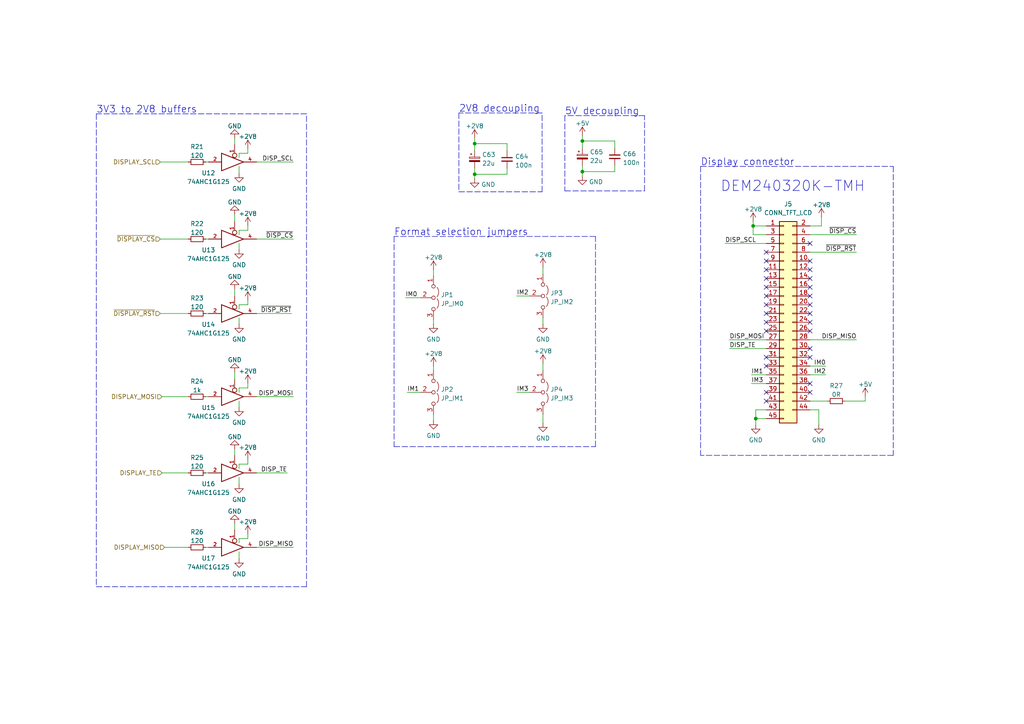
<source format=kicad_sch>
(kicad_sch (version 20211123) (generator eeschema)

  (uuid d190f01c-10a7-468d-a904-dd7f2cc2f994)

  (paper "A4")

  (lib_symbols
    (symbol "74xGxx:74AHC1G125" (pin_names (offset 1.016)) (in_bom yes) (on_board yes)
      (property "Reference" "U" (id 0) (at -2.54 3.81 0)
        (effects (font (size 1.27 1.27)))
      )
      (property "Value" "74AHC1G125" (id 1) (at 0 -3.81 0)
        (effects (font (size 1.27 1.27)))
      )
      (property "Footprint" "" (id 2) (at 0 0 0)
        (effects (font (size 1.27 1.27)) hide)
      )
      (property "Datasheet" "http://www.ti.com/lit/sg/scyt129e/scyt129e.pdf" (id 3) (at 0 0 0)
        (effects (font (size 1.27 1.27)) hide)
      )
      (property "ki_keywords" "Single Gate Buff Tri-State LVC CMOS" (id 4) (at 0 0 0)
        (effects (font (size 1.27 1.27)) hide)
      )
      (property "ki_description" "Single Buffer Gate Tri-State, Low-Voltage CMOS" (id 5) (at 0 0 0)
        (effects (font (size 1.27 1.27)) hide)
      )
      (property "ki_fp_filters" "SOT* SG-*" (id 6) (at 0 0 0)
        (effects (font (size 1.27 1.27)) hide)
      )
      (symbol "74AHC1G125_0_1"
        (polyline
          (pts
            (xy -3.81 2.54)
            (xy -3.81 -2.54)
            (xy 2.54 0)
            (xy -3.81 2.54)
          )
          (stroke (width 0.254) (type default) (color 0 0 0 0))
          (fill (type none))
        )
      )
      (symbol "74AHC1G125_1_1"
        (pin input inverted (at 0 5.08 270) (length 3.81)
          (name "~" (effects (font (size 1.016 1.016))))
          (number "1" (effects (font (size 1.016 1.016))))
        )
        (pin input line (at -7.62 0 0) (length 3.81)
          (name "~" (effects (font (size 1.016 1.016))))
          (number "2" (effects (font (size 1.016 1.016))))
        )
        (pin power_in line (at 1.27 -1.27 270) (length 0) hide
          (name "GND" (effects (font (size 1.016 1.016))))
          (number "3" (effects (font (size 1.016 1.016))))
        )
        (pin tri_state line (at 6.35 0 180) (length 3.81)
          (name "~" (effects (font (size 1.016 1.016))))
          (number "4" (effects (font (size 1.016 1.016))))
        )
        (pin power_in line (at 1.27 1.27 90) (length 0) hide
          (name "VCC" (effects (font (size 1.016 1.016))))
          (number "5" (effects (font (size 1.016 1.016))))
        )
      )
    )
    (symbol "Connector_Generic:Conn_2Rows-45Pins" (pin_names (offset 1.016) hide) (in_bom yes) (on_board yes)
      (property "Reference" "J" (id 0) (at 1.27 30.48 0)
        (effects (font (size 1.27 1.27)))
      )
      (property "Value" "Conn_2Rows-45Pins" (id 1) (at 1.27 -30.48 0)
        (effects (font (size 1.27 1.27)))
      )
      (property "Footprint" "" (id 2) (at 0 0 0)
        (effects (font (size 1.27 1.27)) hide)
      )
      (property "Datasheet" "~" (id 3) (at 0 0 0)
        (effects (font (size 1.27 1.27)) hide)
      )
      (property "ki_keywords" "connector" (id 4) (at 0 0 0)
        (effects (font (size 1.27 1.27)) hide)
      )
      (property "ki_description" "Generic connector, double row, 45 pins, odd/even pin numbering scheme (row 1 odd numbers, row 2 even numbers), script generated (kicad-library-utils/schlib/autogen/connector/)" (id 5) (at 0 0 0)
        (effects (font (size 1.27 1.27)) hide)
      )
      (property "ki_fp_filters" "Connector*:*2Rows*Pins__* *FCC*2Rows*Pins__*" (id 6) (at 0 0 0)
        (effects (font (size 1.27 1.27)) hide)
      )
      (symbol "Conn_2Rows-45Pins_1_1"
        (rectangle (start -1.27 -27.813) (end 0 -28.067)
          (stroke (width 0.1524) (type default) (color 0 0 0 0))
          (fill (type none))
        )
        (rectangle (start -1.27 -25.273) (end 0 -25.527)
          (stroke (width 0.1524) (type default) (color 0 0 0 0))
          (fill (type none))
        )
        (rectangle (start -1.27 -22.733) (end 0 -22.987)
          (stroke (width 0.1524) (type default) (color 0 0 0 0))
          (fill (type none))
        )
        (rectangle (start -1.27 -20.193) (end 0 -20.447)
          (stroke (width 0.1524) (type default) (color 0 0 0 0))
          (fill (type none))
        )
        (rectangle (start -1.27 -17.653) (end 0 -17.907)
          (stroke (width 0.1524) (type default) (color 0 0 0 0))
          (fill (type none))
        )
        (rectangle (start -1.27 -15.113) (end 0 -15.367)
          (stroke (width 0.1524) (type default) (color 0 0 0 0))
          (fill (type none))
        )
        (rectangle (start -1.27 -12.573) (end 0 -12.827)
          (stroke (width 0.1524) (type default) (color 0 0 0 0))
          (fill (type none))
        )
        (rectangle (start -1.27 -10.033) (end 0 -10.287)
          (stroke (width 0.1524) (type default) (color 0 0 0 0))
          (fill (type none))
        )
        (rectangle (start -1.27 -7.493) (end 0 -7.747)
          (stroke (width 0.1524) (type default) (color 0 0 0 0))
          (fill (type none))
        )
        (rectangle (start -1.27 -4.953) (end 0 -5.207)
          (stroke (width 0.1524) (type default) (color 0 0 0 0))
          (fill (type none))
        )
        (rectangle (start -1.27 -2.413) (end 0 -2.667)
          (stroke (width 0.1524) (type default) (color 0 0 0 0))
          (fill (type none))
        )
        (rectangle (start -1.27 0.127) (end 0 -0.127)
          (stroke (width 0.1524) (type default) (color 0 0 0 0))
          (fill (type none))
        )
        (rectangle (start -1.27 2.667) (end 0 2.413)
          (stroke (width 0.1524) (type default) (color 0 0 0 0))
          (fill (type none))
        )
        (rectangle (start -1.27 5.207) (end 0 4.953)
          (stroke (width 0.1524) (type default) (color 0 0 0 0))
          (fill (type none))
        )
        (rectangle (start -1.27 7.747) (end 0 7.493)
          (stroke (width 0.1524) (type default) (color 0 0 0 0))
          (fill (type none))
        )
        (rectangle (start -1.27 10.287) (end 0 10.033)
          (stroke (width 0.1524) (type default) (color 0 0 0 0))
          (fill (type none))
        )
        (rectangle (start -1.27 12.827) (end 0 12.573)
          (stroke (width 0.1524) (type default) (color 0 0 0 0))
          (fill (type none))
        )
        (rectangle (start -1.27 15.367) (end 0 15.113)
          (stroke (width 0.1524) (type default) (color 0 0 0 0))
          (fill (type none))
        )
        (rectangle (start -1.27 17.907) (end 0 17.653)
          (stroke (width 0.1524) (type default) (color 0 0 0 0))
          (fill (type none))
        )
        (rectangle (start -1.27 20.447) (end 0 20.193)
          (stroke (width 0.1524) (type default) (color 0 0 0 0))
          (fill (type none))
        )
        (rectangle (start -1.27 22.987) (end 0 22.733)
          (stroke (width 0.1524) (type default) (color 0 0 0 0))
          (fill (type none))
        )
        (rectangle (start -1.27 25.527) (end 0 25.273)
          (stroke (width 0.1524) (type default) (color 0 0 0 0))
          (fill (type none))
        )
        (rectangle (start -1.27 28.067) (end 0 27.813)
          (stroke (width 0.1524) (type default) (color 0 0 0 0))
          (fill (type none))
        )
        (rectangle (start -1.27 29.21) (end 3.81 -29.21)
          (stroke (width 0.254) (type default) (color 0 0 0 0))
          (fill (type background))
        )
        (rectangle (start 3.81 -25.273) (end 2.54 -25.527)
          (stroke (width 0.1524) (type default) (color 0 0 0 0))
          (fill (type none))
        )
        (rectangle (start 3.81 -22.733) (end 2.54 -22.987)
          (stroke (width 0.1524) (type default) (color 0 0 0 0))
          (fill (type none))
        )
        (rectangle (start 3.81 -20.193) (end 2.54 -20.447)
          (stroke (width 0.1524) (type default) (color 0 0 0 0))
          (fill (type none))
        )
        (rectangle (start 3.81 -17.653) (end 2.54 -17.907)
          (stroke (width 0.1524) (type default) (color 0 0 0 0))
          (fill (type none))
        )
        (rectangle (start 3.81 -15.113) (end 2.54 -15.367)
          (stroke (width 0.1524) (type default) (color 0 0 0 0))
          (fill (type none))
        )
        (rectangle (start 3.81 -12.573) (end 2.54 -12.827)
          (stroke (width 0.1524) (type default) (color 0 0 0 0))
          (fill (type none))
        )
        (rectangle (start 3.81 -10.033) (end 2.54 -10.287)
          (stroke (width 0.1524) (type default) (color 0 0 0 0))
          (fill (type none))
        )
        (rectangle (start 3.81 -7.493) (end 2.54 -7.747)
          (stroke (width 0.1524) (type default) (color 0 0 0 0))
          (fill (type none))
        )
        (rectangle (start 3.81 -4.953) (end 2.54 -5.207)
          (stroke (width 0.1524) (type default) (color 0 0 0 0))
          (fill (type none))
        )
        (rectangle (start 3.81 -2.413) (end 2.54 -2.667)
          (stroke (width 0.1524) (type default) (color 0 0 0 0))
          (fill (type none))
        )
        (rectangle (start 3.81 0.127) (end 2.54 -0.127)
          (stroke (width 0.1524) (type default) (color 0 0 0 0))
          (fill (type none))
        )
        (rectangle (start 3.81 2.667) (end 2.54 2.413)
          (stroke (width 0.1524) (type default) (color 0 0 0 0))
          (fill (type none))
        )
        (rectangle (start 3.81 5.207) (end 2.54 4.953)
          (stroke (width 0.1524) (type default) (color 0 0 0 0))
          (fill (type none))
        )
        (rectangle (start 3.81 7.747) (end 2.54 7.493)
          (stroke (width 0.1524) (type default) (color 0 0 0 0))
          (fill (type none))
        )
        (rectangle (start 3.81 10.287) (end 2.54 10.033)
          (stroke (width 0.1524) (type default) (color 0 0 0 0))
          (fill (type none))
        )
        (rectangle (start 3.81 12.827) (end 2.54 12.573)
          (stroke (width 0.1524) (type default) (color 0 0 0 0))
          (fill (type none))
        )
        (rectangle (start 3.81 15.367) (end 2.54 15.113)
          (stroke (width 0.1524) (type default) (color 0 0 0 0))
          (fill (type none))
        )
        (rectangle (start 3.81 17.907) (end 2.54 17.653)
          (stroke (width 0.1524) (type default) (color 0 0 0 0))
          (fill (type none))
        )
        (rectangle (start 3.81 20.447) (end 2.54 20.193)
          (stroke (width 0.1524) (type default) (color 0 0 0 0))
          (fill (type none))
        )
        (rectangle (start 3.81 22.987) (end 2.54 22.733)
          (stroke (width 0.1524) (type default) (color 0 0 0 0))
          (fill (type none))
        )
        (rectangle (start 3.81 25.527) (end 2.54 25.273)
          (stroke (width 0.1524) (type default) (color 0 0 0 0))
          (fill (type none))
        )
        (rectangle (start 3.81 28.067) (end 2.54 27.813)
          (stroke (width 0.1524) (type default) (color 0 0 0 0))
          (fill (type none))
        )
        (pin passive line (at -5.08 27.94 0) (length 3.81)
          (name "Pin_1" (effects (font (size 1.27 1.27))))
          (number "1" (effects (font (size 1.27 1.27))))
        )
        (pin passive line (at 7.62 17.78 180) (length 3.81)
          (name "Pin_10" (effects (font (size 1.27 1.27))))
          (number "10" (effects (font (size 1.27 1.27))))
        )
        (pin passive line (at -5.08 15.24 0) (length 3.81)
          (name "Pin_11" (effects (font (size 1.27 1.27))))
          (number "11" (effects (font (size 1.27 1.27))))
        )
        (pin passive line (at 7.62 15.24 180) (length 3.81)
          (name "Pin_12" (effects (font (size 1.27 1.27))))
          (number "12" (effects (font (size 1.27 1.27))))
        )
        (pin passive line (at -5.08 12.7 0) (length 3.81)
          (name "Pin_13" (effects (font (size 1.27 1.27))))
          (number "13" (effects (font (size 1.27 1.27))))
        )
        (pin passive line (at 7.62 12.7 180) (length 3.81)
          (name "Pin_14" (effects (font (size 1.27 1.27))))
          (number "14" (effects (font (size 1.27 1.27))))
        )
        (pin passive line (at -5.08 10.16 0) (length 3.81)
          (name "Pin_15" (effects (font (size 1.27 1.27))))
          (number "15" (effects (font (size 1.27 1.27))))
        )
        (pin passive line (at 7.62 10.16 180) (length 3.81)
          (name "Pin_16" (effects (font (size 1.27 1.27))))
          (number "16" (effects (font (size 1.27 1.27))))
        )
        (pin passive line (at -5.08 7.62 0) (length 3.81)
          (name "Pin_17" (effects (font (size 1.27 1.27))))
          (number "17" (effects (font (size 1.27 1.27))))
        )
        (pin passive line (at 7.62 7.62 180) (length 3.81)
          (name "Pin_18" (effects (font (size 1.27 1.27))))
          (number "18" (effects (font (size 1.27 1.27))))
        )
        (pin passive line (at -5.08 5.08 0) (length 3.81)
          (name "Pin_19" (effects (font (size 1.27 1.27))))
          (number "19" (effects (font (size 1.27 1.27))))
        )
        (pin passive line (at 7.62 27.94 180) (length 3.81)
          (name "Pin_2" (effects (font (size 1.27 1.27))))
          (number "2" (effects (font (size 1.27 1.27))))
        )
        (pin passive line (at 7.62 5.08 180) (length 3.81)
          (name "Pin_20" (effects (font (size 1.27 1.27))))
          (number "20" (effects (font (size 1.27 1.27))))
        )
        (pin passive line (at -5.08 2.54 0) (length 3.81)
          (name "Pin_21" (effects (font (size 1.27 1.27))))
          (number "21" (effects (font (size 1.27 1.27))))
        )
        (pin passive line (at 7.62 2.54 180) (length 3.81)
          (name "Pin_22" (effects (font (size 1.27 1.27))))
          (number "22" (effects (font (size 1.27 1.27))))
        )
        (pin passive line (at -5.08 0 0) (length 3.81)
          (name "Pin_23" (effects (font (size 1.27 1.27))))
          (number "23" (effects (font (size 1.27 1.27))))
        )
        (pin passive line (at 7.62 0 180) (length 3.81)
          (name "Pin_24" (effects (font (size 1.27 1.27))))
          (number "24" (effects (font (size 1.27 1.27))))
        )
        (pin passive line (at -5.08 -2.54 0) (length 3.81)
          (name "Pin_25" (effects (font (size 1.27 1.27))))
          (number "25" (effects (font (size 1.27 1.27))))
        )
        (pin passive line (at 7.62 -2.54 180) (length 3.81)
          (name "Pin_26" (effects (font (size 1.27 1.27))))
          (number "26" (effects (font (size 1.27 1.27))))
        )
        (pin passive line (at -5.08 -5.08 0) (length 3.81)
          (name "Pin_27" (effects (font (size 1.27 1.27))))
          (number "27" (effects (font (size 1.27 1.27))))
        )
        (pin passive line (at 7.62 -5.08 180) (length 3.81)
          (name "Pin_28" (effects (font (size 1.27 1.27))))
          (number "28" (effects (font (size 1.27 1.27))))
        )
        (pin passive line (at -5.08 -7.62 0) (length 3.81)
          (name "Pin_29" (effects (font (size 1.27 1.27))))
          (number "29" (effects (font (size 1.27 1.27))))
        )
        (pin passive line (at -5.08 25.4 0) (length 3.81)
          (name "Pin_3" (effects (font (size 1.27 1.27))))
          (number "3" (effects (font (size 1.27 1.27))))
        )
        (pin passive line (at 7.62 -7.62 180) (length 3.81)
          (name "Pin_30" (effects (font (size 1.27 1.27))))
          (number "30" (effects (font (size 1.27 1.27))))
        )
        (pin passive line (at -5.08 -10.16 0) (length 3.81)
          (name "Pin_31" (effects (font (size 1.27 1.27))))
          (number "31" (effects (font (size 1.27 1.27))))
        )
        (pin passive line (at 7.62 -10.16 180) (length 3.81)
          (name "Pin_32" (effects (font (size 1.27 1.27))))
          (number "32" (effects (font (size 1.27 1.27))))
        )
        (pin passive line (at -5.08 -12.7 0) (length 3.81)
          (name "Pin_33" (effects (font (size 1.27 1.27))))
          (number "33" (effects (font (size 1.27 1.27))))
        )
        (pin passive line (at 7.62 -12.7 180) (length 3.81)
          (name "Pin_34" (effects (font (size 1.27 1.27))))
          (number "34" (effects (font (size 1.27 1.27))))
        )
        (pin passive line (at -5.08 -15.24 0) (length 3.81)
          (name "Pin_35" (effects (font (size 1.27 1.27))))
          (number "35" (effects (font (size 1.27 1.27))))
        )
        (pin passive line (at 7.62 -15.24 180) (length 3.81)
          (name "Pin_36" (effects (font (size 1.27 1.27))))
          (number "36" (effects (font (size 1.27 1.27))))
        )
        (pin passive line (at -5.08 -17.78 0) (length 3.81)
          (name "Pin_37" (effects (font (size 1.27 1.27))))
          (number "37" (effects (font (size 1.27 1.27))))
        )
        (pin passive line (at 7.62 -17.78 180) (length 3.81)
          (name "Pin_38" (effects (font (size 1.27 1.27))))
          (number "38" (effects (font (size 1.27 1.27))))
        )
        (pin passive line (at -5.08 -20.32 0) (length 3.81)
          (name "Pin_39" (effects (font (size 1.27 1.27))))
          (number "39" (effects (font (size 1.27 1.27))))
        )
        (pin passive line (at 7.62 25.4 180) (length 3.81)
          (name "Pin_4" (effects (font (size 1.27 1.27))))
          (number "4" (effects (font (size 1.27 1.27))))
        )
        (pin passive line (at 7.62 -20.32 180) (length 3.81)
          (name "Pin_40" (effects (font (size 1.27 1.27))))
          (number "40" (effects (font (size 1.27 1.27))))
        )
        (pin passive line (at -5.08 -22.86 0) (length 3.81)
          (name "Pin_41" (effects (font (size 1.27 1.27))))
          (number "41" (effects (font (size 1.27 1.27))))
        )
        (pin passive line (at 7.62 -22.86 180) (length 3.81)
          (name "Pin_42" (effects (font (size 1.27 1.27))))
          (number "42" (effects (font (size 1.27 1.27))))
        )
        (pin passive line (at -5.08 -25.4 0) (length 3.81)
          (name "Pin_43" (effects (font (size 1.27 1.27))))
          (number "43" (effects (font (size 1.27 1.27))))
        )
        (pin passive line (at 7.62 -25.4 180) (length 3.81)
          (name "Pin_44" (effects (font (size 1.27 1.27))))
          (number "44" (effects (font (size 1.27 1.27))))
        )
        (pin passive line (at -5.08 -27.94 0) (length 3.81)
          (name "Pin_45" (effects (font (size 1.27 1.27))))
          (number "45" (effects (font (size 1.27 1.27))))
        )
        (pin passive line (at -5.08 22.86 0) (length 3.81)
          (name "Pin_5" (effects (font (size 1.27 1.27))))
          (number "5" (effects (font (size 1.27 1.27))))
        )
        (pin passive line (at 7.62 22.86 180) (length 3.81)
          (name "Pin_6" (effects (font (size 1.27 1.27))))
          (number "6" (effects (font (size 1.27 1.27))))
        )
        (pin passive line (at -5.08 20.32 0) (length 3.81)
          (name "Pin_7" (effects (font (size 1.27 1.27))))
          (number "7" (effects (font (size 1.27 1.27))))
        )
        (pin passive line (at 7.62 20.32 180) (length 3.81)
          (name "Pin_8" (effects (font (size 1.27 1.27))))
          (number "8" (effects (font (size 1.27 1.27))))
        )
        (pin passive line (at -5.08 17.78 0) (length 3.81)
          (name "Pin_9" (effects (font (size 1.27 1.27))))
          (number "9" (effects (font (size 1.27 1.27))))
        )
      )
    )
    (symbol "Device:C_Polarized_Small" (pin_numbers hide) (pin_names (offset 0.254) hide) (in_bom yes) (on_board yes)
      (property "Reference" "C" (id 0) (at 0.254 1.778 0)
        (effects (font (size 1.27 1.27)) (justify left))
      )
      (property "Value" "C_Polarized_Small" (id 1) (at 0.254 -2.032 0)
        (effects (font (size 1.27 1.27)) (justify left))
      )
      (property "Footprint" "" (id 2) (at 0 0 0)
        (effects (font (size 1.27 1.27)) hide)
      )
      (property "Datasheet" "~" (id 3) (at 0 0 0)
        (effects (font (size 1.27 1.27)) hide)
      )
      (property "ki_keywords" "cap capacitor" (id 4) (at 0 0 0)
        (effects (font (size 1.27 1.27)) hide)
      )
      (property "ki_description" "Polarized capacitor, small symbol" (id 5) (at 0 0 0)
        (effects (font (size 1.27 1.27)) hide)
      )
      (property "ki_fp_filters" "CP_*" (id 6) (at 0 0 0)
        (effects (font (size 1.27 1.27)) hide)
      )
      (symbol "C_Polarized_Small_0_1"
        (rectangle (start -1.524 -0.3048) (end 1.524 -0.6858)
          (stroke (width 0) (type default) (color 0 0 0 0))
          (fill (type outline))
        )
        (rectangle (start -1.524 0.6858) (end 1.524 0.3048)
          (stroke (width 0) (type default) (color 0 0 0 0))
          (fill (type none))
        )
        (polyline
          (pts
            (xy -1.27 1.524)
            (xy -0.762 1.524)
          )
          (stroke (width 0) (type default) (color 0 0 0 0))
          (fill (type none))
        )
        (polyline
          (pts
            (xy -1.016 1.27)
            (xy -1.016 1.778)
          )
          (stroke (width 0) (type default) (color 0 0 0 0))
          (fill (type none))
        )
      )
      (symbol "C_Polarized_Small_1_1"
        (pin passive line (at 0 2.54 270) (length 1.8542)
          (name "~" (effects (font (size 1.27 1.27))))
          (number "1" (effects (font (size 1.27 1.27))))
        )
        (pin passive line (at 0 -2.54 90) (length 1.8542)
          (name "~" (effects (font (size 1.27 1.27))))
          (number "2" (effects (font (size 1.27 1.27))))
        )
      )
    )
    (symbol "Device:C_Small" (pin_numbers hide) (pin_names (offset 0.254) hide) (in_bom yes) (on_board yes)
      (property "Reference" "C" (id 0) (at 0.254 1.778 0)
        (effects (font (size 1.27 1.27)) (justify left))
      )
      (property "Value" "C_Small" (id 1) (at 0.254 -2.032 0)
        (effects (font (size 1.27 1.27)) (justify left))
      )
      (property "Footprint" "" (id 2) (at 0 0 0)
        (effects (font (size 1.27 1.27)) hide)
      )
      (property "Datasheet" "~" (id 3) (at 0 0 0)
        (effects (font (size 1.27 1.27)) hide)
      )
      (property "ki_keywords" "capacitor cap" (id 4) (at 0 0 0)
        (effects (font (size 1.27 1.27)) hide)
      )
      (property "ki_description" "Unpolarized capacitor, small symbol" (id 5) (at 0 0 0)
        (effects (font (size 1.27 1.27)) hide)
      )
      (property "ki_fp_filters" "C_*" (id 6) (at 0 0 0)
        (effects (font (size 1.27 1.27)) hide)
      )
      (symbol "C_Small_0_1"
        (polyline
          (pts
            (xy -1.524 -0.508)
            (xy 1.524 -0.508)
          )
          (stroke (width 0.3302) (type default) (color 0 0 0 0))
          (fill (type none))
        )
        (polyline
          (pts
            (xy -1.524 0.508)
            (xy 1.524 0.508)
          )
          (stroke (width 0.3048) (type default) (color 0 0 0 0))
          (fill (type none))
        )
      )
      (symbol "C_Small_1_1"
        (pin passive line (at 0 2.54 270) (length 2.032)
          (name "~" (effects (font (size 1.27 1.27))))
          (number "1" (effects (font (size 1.27 1.27))))
        )
        (pin passive line (at 0 -2.54 90) (length 2.032)
          (name "~" (effects (font (size 1.27 1.27))))
          (number "2" (effects (font (size 1.27 1.27))))
        )
      )
    )
    (symbol "Device:R_Small" (pin_numbers hide) (pin_names (offset 0.254) hide) (in_bom yes) (on_board yes)
      (property "Reference" "R" (id 0) (at 0.762 0.508 0)
        (effects (font (size 1.27 1.27)) (justify left))
      )
      (property "Value" "R_Small" (id 1) (at 0.762 -1.016 0)
        (effects (font (size 1.27 1.27)) (justify left))
      )
      (property "Footprint" "" (id 2) (at 0 0 0)
        (effects (font (size 1.27 1.27)) hide)
      )
      (property "Datasheet" "~" (id 3) (at 0 0 0)
        (effects (font (size 1.27 1.27)) hide)
      )
      (property "ki_keywords" "R resistor" (id 4) (at 0 0 0)
        (effects (font (size 1.27 1.27)) hide)
      )
      (property "ki_description" "Resistor, small symbol" (id 5) (at 0 0 0)
        (effects (font (size 1.27 1.27)) hide)
      )
      (property "ki_fp_filters" "R_*" (id 6) (at 0 0 0)
        (effects (font (size 1.27 1.27)) hide)
      )
      (symbol "R_Small_0_1"
        (rectangle (start -0.762 1.778) (end 0.762 -1.778)
          (stroke (width 0.2032) (type default) (color 0 0 0 0))
          (fill (type none))
        )
      )
      (symbol "R_Small_1_1"
        (pin passive line (at 0 2.54 270) (length 0.762)
          (name "~" (effects (font (size 1.27 1.27))))
          (number "1" (effects (font (size 1.27 1.27))))
        )
        (pin passive line (at 0 -2.54 90) (length 0.762)
          (name "~" (effects (font (size 1.27 1.27))))
          (number "2" (effects (font (size 1.27 1.27))))
        )
      )
    )
    (symbol "Jumper:Jumper_3_Open" (pin_names (offset 0) hide) (in_bom yes) (on_board yes)
      (property "Reference" "JP" (id 0) (at -2.54 -2.54 0)
        (effects (font (size 1.27 1.27)))
      )
      (property "Value" "Jumper_3_Open" (id 1) (at 0 2.794 0)
        (effects (font (size 1.27 1.27)))
      )
      (property "Footprint" "" (id 2) (at 0 0 0)
        (effects (font (size 1.27 1.27)) hide)
      )
      (property "Datasheet" "~" (id 3) (at 0 0 0)
        (effects (font (size 1.27 1.27)) hide)
      )
      (property "ki_keywords" "Jumper SPDT" (id 4) (at 0 0 0)
        (effects (font (size 1.27 1.27)) hide)
      )
      (property "ki_description" "Jumper, 3-pole, both open" (id 5) (at 0 0 0)
        (effects (font (size 1.27 1.27)) hide)
      )
      (property "ki_fp_filters" "Jumper* TestPoint*3Pads* TestPoint*Bridge*" (id 6) (at 0 0 0)
        (effects (font (size 1.27 1.27)) hide)
      )
      (symbol "Jumper_3_Open_0_0"
        (circle (center -3.302 0) (radius 0.508)
          (stroke (width 0) (type default) (color 0 0 0 0))
          (fill (type none))
        )
        (circle (center 0 0) (radius 0.508)
          (stroke (width 0) (type default) (color 0 0 0 0))
          (fill (type none))
        )
        (circle (center 3.302 0) (radius 0.508)
          (stroke (width 0) (type default) (color 0 0 0 0))
          (fill (type none))
        )
      )
      (symbol "Jumper_3_Open_0_1"
        (arc (start -0.254 1.016) (mid -1.651 1.4992) (end -3.048 1.016)
          (stroke (width 0) (type default) (color 0 0 0 0))
          (fill (type none))
        )
        (polyline
          (pts
            (xy 0 -0.508)
            (xy 0 -1.27)
          )
          (stroke (width 0) (type default) (color 0 0 0 0))
          (fill (type none))
        )
        (arc (start 3.048 1.016) (mid 1.651 1.4992) (end 0.254 1.016)
          (stroke (width 0) (type default) (color 0 0 0 0))
          (fill (type none))
        )
      )
      (symbol "Jumper_3_Open_1_1"
        (pin passive line (at -6.35 0 0) (length 2.54)
          (name "A" (effects (font (size 1.27 1.27))))
          (number "1" (effects (font (size 1.27 1.27))))
        )
        (pin passive line (at 0 -3.81 90) (length 2.54)
          (name "C" (effects (font (size 1.27 1.27))))
          (number "2" (effects (font (size 1.27 1.27))))
        )
        (pin passive line (at 6.35 0 180) (length 2.54)
          (name "B" (effects (font (size 1.27 1.27))))
          (number "3" (effects (font (size 1.27 1.27))))
        )
      )
    )
    (symbol "power:+2V8" (power) (pin_names (offset 0)) (in_bom yes) (on_board yes)
      (property "Reference" "#PWR" (id 0) (at 0 -3.81 0)
        (effects (font (size 1.27 1.27)) hide)
      )
      (property "Value" "+2V8" (id 1) (at 0 3.556 0)
        (effects (font (size 1.27 1.27)))
      )
      (property "Footprint" "" (id 2) (at 0 0 0)
        (effects (font (size 1.27 1.27)) hide)
      )
      (property "Datasheet" "" (id 3) (at 0 0 0)
        (effects (font (size 1.27 1.27)) hide)
      )
      (property "ki_keywords" "power-flag" (id 4) (at 0 0 0)
        (effects (font (size 1.27 1.27)) hide)
      )
      (property "ki_description" "Power symbol creates a global label with name \"+2V8\"" (id 5) (at 0 0 0)
        (effects (font (size 1.27 1.27)) hide)
      )
      (symbol "+2V8_0_1"
        (polyline
          (pts
            (xy -0.762 1.27)
            (xy 0 2.54)
          )
          (stroke (width 0) (type default) (color 0 0 0 0))
          (fill (type none))
        )
        (polyline
          (pts
            (xy 0 0)
            (xy 0 2.54)
          )
          (stroke (width 0) (type default) (color 0 0 0 0))
          (fill (type none))
        )
        (polyline
          (pts
            (xy 0 2.54)
            (xy 0.762 1.27)
          )
          (stroke (width 0) (type default) (color 0 0 0 0))
          (fill (type none))
        )
      )
      (symbol "+2V8_1_1"
        (pin power_in line (at 0 0 90) (length 0) hide
          (name "+2V8" (effects (font (size 1.27 1.27))))
          (number "1" (effects (font (size 1.27 1.27))))
        )
      )
    )
    (symbol "power:+5V" (power) (pin_names (offset 0)) (in_bom yes) (on_board yes)
      (property "Reference" "#PWR" (id 0) (at 0 -3.81 0)
        (effects (font (size 1.27 1.27)) hide)
      )
      (property "Value" "+5V" (id 1) (at 0 3.556 0)
        (effects (font (size 1.27 1.27)))
      )
      (property "Footprint" "" (id 2) (at 0 0 0)
        (effects (font (size 1.27 1.27)) hide)
      )
      (property "Datasheet" "" (id 3) (at 0 0 0)
        (effects (font (size 1.27 1.27)) hide)
      )
      (property "ki_keywords" "power-flag" (id 4) (at 0 0 0)
        (effects (font (size 1.27 1.27)) hide)
      )
      (property "ki_description" "Power symbol creates a global label with name \"+5V\"" (id 5) (at 0 0 0)
        (effects (font (size 1.27 1.27)) hide)
      )
      (symbol "+5V_0_1"
        (polyline
          (pts
            (xy -0.762 1.27)
            (xy 0 2.54)
          )
          (stroke (width 0) (type default) (color 0 0 0 0))
          (fill (type none))
        )
        (polyline
          (pts
            (xy 0 0)
            (xy 0 2.54)
          )
          (stroke (width 0) (type default) (color 0 0 0 0))
          (fill (type none))
        )
        (polyline
          (pts
            (xy 0 2.54)
            (xy 0.762 1.27)
          )
          (stroke (width 0) (type default) (color 0 0 0 0))
          (fill (type none))
        )
      )
      (symbol "+5V_1_1"
        (pin power_in line (at 0 0 90) (length 0) hide
          (name "+5V" (effects (font (size 1.27 1.27))))
          (number "1" (effects (font (size 1.27 1.27))))
        )
      )
    )
    (symbol "power:GND" (power) (pin_names (offset 0)) (in_bom yes) (on_board yes)
      (property "Reference" "#PWR" (id 0) (at 0 -6.35 0)
        (effects (font (size 1.27 1.27)) hide)
      )
      (property "Value" "GND" (id 1) (at 0 -3.81 0)
        (effects (font (size 1.27 1.27)))
      )
      (property "Footprint" "" (id 2) (at 0 0 0)
        (effects (font (size 1.27 1.27)) hide)
      )
      (property "Datasheet" "" (id 3) (at 0 0 0)
        (effects (font (size 1.27 1.27)) hide)
      )
      (property "ki_keywords" "power-flag" (id 4) (at 0 0 0)
        (effects (font (size 1.27 1.27)) hide)
      )
      (property "ki_description" "Power symbol creates a global label with name \"GND\" , ground" (id 5) (at 0 0 0)
        (effects (font (size 1.27 1.27)) hide)
      )
      (symbol "GND_0_1"
        (polyline
          (pts
            (xy 0 0)
            (xy 0 -1.27)
            (xy 1.27 -1.27)
            (xy 0 -2.54)
            (xy -1.27 -1.27)
            (xy 0 -1.27)
          )
          (stroke (width 0) (type default) (color 0 0 0 0))
          (fill (type none))
        )
      )
      (symbol "GND_1_1"
        (pin power_in line (at 0 0 270) (length 0) hide
          (name "GND" (effects (font (size 1.27 1.27))))
          (number "1" (effects (font (size 1.27 1.27))))
        )
      )
    )
  )

  (junction (at 168.91 40.894) (diameter 0) (color 0 0 0 0)
    (uuid 1e3e2303-8130-45b7-90ef-71de4cc35fb8)
  )
  (junction (at 218.44 65.532) (diameter 0) (color 0 0 0 0)
    (uuid 1f9c9465-1351-4856-bb1a-0155af56c34f)
  )
  (junction (at 137.668 50.546) (diameter 0) (color 0 0 0 0)
    (uuid 2697a233-7bd3-435a-8a66-7f6b2dbc8af2)
  )
  (junction (at 219.202 121.412) (diameter 0) (color 0 0 0 0)
    (uuid 63c695b0-808c-4b22-ad91-90a42e41def4)
  )
  (junction (at 137.668 41.656) (diameter 0) (color 0 0 0 0)
    (uuid c414056e-92ba-4a3c-9b77-8eecc234ea11)
  )
  (junction (at 168.91 49.784) (diameter 0) (color 0 0 0 0)
    (uuid d9ddef91-60df-4a61-9c08-fe3804568e5f)
  )

  (no_connect (at 234.95 88.392) (uuid 0564ebf0-8387-4226-b5a5-353e919fceda))
  (no_connect (at 222.25 73.152) (uuid 1b1ea523-4ec4-44a0-8f24-1984c4f4ec33))
  (no_connect (at 234.95 90.932) (uuid 1f0aafc4-1b1f-426e-b0f4-1377969c4f18))
  (no_connect (at 222.25 75.692) (uuid 2503fa86-278c-463a-ae16-d226b9a2c289))
  (no_connect (at 234.95 101.092) (uuid 2562be2a-c59a-461f-9dd9-fd928d533da1))
  (no_connect (at 222.25 106.172) (uuid 25960c2e-c817-4ad4-95b6-c8cb05aa2763))
  (no_connect (at 222.25 93.472) (uuid 2d9884bb-7001-4664-89b6-2c01235b84fc))
  (no_connect (at 234.95 80.772) (uuid 3c6cc3df-f7b4-46f7-8c6b-bf9dcd43e0db))
  (no_connect (at 222.25 83.312) (uuid 3d3e80e1-2015-4304-b91e-e81533f9a031))
  (no_connect (at 222.25 80.772) (uuid 3f6b606a-bc32-4246-b496-1bbfb9cf199d))
  (no_connect (at 222.25 90.932) (uuid 3f9ebe87-a8fc-49fd-8b00-48c1cda68a3a))
  (no_connect (at 222.25 96.012) (uuid 4ca89952-3626-44d5-8af9-b4ec6999dfe7))
  (no_connect (at 222.25 88.392) (uuid 5e868007-ca66-4398-84ef-7283ddc54088))
  (no_connect (at 222.25 116.332) (uuid 64b40540-8a83-42a2-bcb5-c425d443d669))
  (no_connect (at 234.95 111.252) (uuid 64b40540-8a83-42a2-bcb5-c425d443d66a))
  (no_connect (at 234.95 113.792) (uuid 64b40540-8a83-42a2-bcb5-c425d443d66b))
  (no_connect (at 222.25 113.792) (uuid 64b40540-8a83-42a2-bcb5-c425d443d66c))
  (no_connect (at 222.25 78.232) (uuid 69212fd7-610e-4e56-bb35-316417f0b077))
  (no_connect (at 234.95 103.632) (uuid 9fb686d4-8fe9-4dd0-bce4-f8728707922f))
  (no_connect (at 222.25 103.632) (uuid b62dbcbc-4840-43b9-a00f-24314869ac80))
  (no_connect (at 234.95 70.612) (uuid b94473fc-282b-4d6e-bdce-37a0cf3c135f))
  (no_connect (at 234.95 93.472) (uuid c309b52c-d27e-4266-9583-fa34a61a45db))
  (no_connect (at 234.95 83.312) (uuid ccef2582-6770-4ae1-bd1e-8a13efd18da7))
  (no_connect (at 234.95 78.232) (uuid dae065cf-d622-44a8-90f3-4b506a350cd7))
  (no_connect (at 222.25 85.852) (uuid db63c4c7-df0a-4132-abed-660198596733))
  (no_connect (at 234.95 85.852) (uuid e0b46981-fe74-4662-897b-94b92a20d598))
  (no_connect (at 234.95 96.012) (uuid f0cdb892-f882-4f68-964c-ccbf3d62eb2b))
  (no_connect (at 234.95 75.692) (uuid f3d88e73-e181-471a-8589-eb662bf1977c))

  (wire (pts (xy 69.342 92.202) (xy 69.342 93.98))
    (stroke (width 0) (type default) (color 0 0 0 0))
    (uuid 017e8a70-f93a-43a5-80dd-fbda3cf01a7a)
  )
  (wire (pts (xy 149.86 113.792) (xy 153.67 113.792))
    (stroke (width 0) (type default) (color 0 0 0 0))
    (uuid 02e3c477-e552-44eb-bf2c-f56d7e147923)
  )
  (polyline (pts (xy 88.9 33.02) (xy 27.94 33.02))
    (stroke (width 0) (type default) (color 0 0 0 0))
    (uuid 03dba5eb-631a-4e7c-858f-c790fc4c5915)
  )

  (wire (pts (xy 219.202 121.412) (xy 222.25 121.412))
    (stroke (width 0) (type default) (color 0 0 0 0))
    (uuid 04112bc8-5602-4b4f-8700-144ef7b1f690)
  )
  (polyline (pts (xy 114.3 129.54) (xy 172.72 129.54))
    (stroke (width 0) (type default) (color 0 0 0 0))
    (uuid 04d5dbd0-7411-4c9b-aff0-33ac7dffeb31)
  )

  (wire (pts (xy 218.44 68.072) (xy 222.25 68.072))
    (stroke (width 0) (type default) (color 0 0 0 0))
    (uuid 070d40da-9a41-419e-854d-00d994739a6a)
  )
  (wire (pts (xy 74.422 46.99) (xy 85.09 46.99))
    (stroke (width 0) (type default) (color 0 0 0 0))
    (uuid 0a72b298-db6c-48cd-b944-6709ed60cf97)
  )
  (polyline (pts (xy 186.944 55.372) (xy 186.944 33.528))
    (stroke (width 0) (type default) (color 0 0 0 0))
    (uuid 0d45456e-dd65-417f-a7fe-7306ba139e56)
  )

  (wire (pts (xy 137.668 50.546) (xy 137.668 51.816))
    (stroke (width 0) (type default) (color 0 0 0 0))
    (uuid 10339efd-8d89-46bf-9d46-3803012c64d3)
  )
  (wire (pts (xy 219.202 123.19) (xy 219.202 121.412))
    (stroke (width 0) (type default) (color 0 0 0 0))
    (uuid 1178bf75-2737-4968-995b-7399f03c2cee)
  )
  (wire (pts (xy 157.48 92.202) (xy 157.48 93.98))
    (stroke (width 0) (type default) (color 0 0 0 0))
    (uuid 156fb8fa-f3a0-469e-881d-694a155e7812)
  )
  (polyline (pts (xy 203.2 48.26) (xy 259.08 48.26))
    (stroke (width 0) (type default) (color 0 0 0 0))
    (uuid 1b8a60e9-a013-4156-9a84-ea33aca99b14)
  )

  (wire (pts (xy 74.422 115.062) (xy 85.09 115.062))
    (stroke (width 0) (type default) (color 0 0 0 0))
    (uuid 1bcac734-305a-45e6-86e9-0185455f12d2)
  )
  (wire (pts (xy 68.072 107.95) (xy 68.072 109.982))
    (stroke (width 0) (type default) (color 0 0 0 0))
    (uuid 1cc29322-a17f-422c-b876-a2c3385ef98e)
  )
  (wire (pts (xy 74.422 158.75) (xy 85.09 158.75))
    (stroke (width 0) (type default) (color 0 0 0 0))
    (uuid 1d396351-b711-42af-9820-437f39ab4b9c)
  )
  (wire (pts (xy 211.582 98.552) (xy 222.25 98.552))
    (stroke (width 0) (type default) (color 0 0 0 0))
    (uuid 1ff8bee8-524b-4751-95ca-985264e91731)
  )
  (wire (pts (xy 234.95 65.532) (xy 238.252 65.532))
    (stroke (width 0) (type default) (color 0 0 0 0))
    (uuid 20d24345-2d70-4b13-b7c6-707b1ef979bb)
  )
  (wire (pts (xy 74.422 69.342) (xy 85.09 69.342))
    (stroke (width 0) (type default) (color 0 0 0 0))
    (uuid 22b94ee1-abc8-4be7-905a-d2af11d0d2d9)
  )
  (wire (pts (xy 218.44 65.532) (xy 218.44 64.262))
    (stroke (width 0) (type default) (color 0 0 0 0))
    (uuid 24ac24dc-1942-4a1f-9585-7eafe96abd31)
  )
  (wire (pts (xy 69.342 113.792) (xy 69.342 112.522))
    (stroke (width 0) (type default) (color 0 0 0 0))
    (uuid 24d3470c-1f97-4dec-b109-f3d6e84735bf)
  )
  (wire (pts (xy 46.99 137.16) (xy 54.61 137.16))
    (stroke (width 0) (type default) (color 0 0 0 0))
    (uuid 28ece25c-c874-4ccc-9071-09688ba45048)
  )
  (wire (pts (xy 68.072 62.23) (xy 68.072 64.262))
    (stroke (width 0) (type default) (color 0 0 0 0))
    (uuid 29989031-a7dd-4003-b502-27d298aef97e)
  )
  (polyline (pts (xy 133.096 32.766) (xy 133.096 55.626))
    (stroke (width 0) (type default) (color 0 0 0 0))
    (uuid 2b2d9083-8fd0-41d8-9fc9-6f5f447936b0)
  )

  (wire (pts (xy 147.066 48.768) (xy 147.066 50.546))
    (stroke (width 0) (type default) (color 0 0 0 0))
    (uuid 2ef3036e-81ef-4e9b-8c56-3a56de988ebd)
  )
  (wire (pts (xy 234.95 116.332) (xy 240.03 116.332))
    (stroke (width 0) (type default) (color 0 0 0 0))
    (uuid 2fa6ae00-f5a6-4aad-86e4-171f436c4463)
  )
  (wire (pts (xy 68.072 40.132) (xy 68.072 41.91))
    (stroke (width 0) (type default) (color 0 0 0 0))
    (uuid 2fc737ac-7b49-4804-9e50-c196f74d1297)
  )
  (wire (pts (xy 149.86 85.852) (xy 153.67 85.852))
    (stroke (width 0) (type default) (color 0 0 0 0))
    (uuid 314cebb4-c44c-4a21-8774-9d52289ff627)
  )
  (wire (pts (xy 234.95 73.152) (xy 248.412 73.152))
    (stroke (width 0) (type default) (color 0 0 0 0))
    (uuid 32aac412-6eb0-4feb-9d0d-2bdc1280d4eb)
  )
  (wire (pts (xy 219.202 118.872) (xy 222.25 118.872))
    (stroke (width 0) (type default) (color 0 0 0 0))
    (uuid 33811430-32ef-4e8b-a3ae-66db73a66c48)
  )
  (wire (pts (xy 69.342 89.662) (xy 69.342 88.392))
    (stroke (width 0) (type default) (color 0 0 0 0))
    (uuid 3514ded6-df03-4bbe-8f6c-6fff09642cd2)
  )
  (wire (pts (xy 71.882 88.392) (xy 71.882 87.122))
    (stroke (width 0) (type default) (color 0 0 0 0))
    (uuid 36df37d1-7aae-47e2-867e-396f3ee3fd4b)
  )
  (polyline (pts (xy 27.94 170.18) (xy 88.9 170.18))
    (stroke (width 0) (type default) (color 0 0 0 0))
    (uuid 3a7a829d-c904-402c-a557-a710e271c2e2)
  )

  (wire (pts (xy 234.95 108.712) (xy 239.522 108.712))
    (stroke (width 0) (type default) (color 0 0 0 0))
    (uuid 3cf5e9a7-ba6b-4662-9dcd-326c4165a7c1)
  )
  (wire (pts (xy 46.99 115.062) (xy 54.61 115.062))
    (stroke (width 0) (type default) (color 0 0 0 0))
    (uuid 3ea22b4f-a56b-4d83-9069-011a1bf5cc76)
  )
  (wire (pts (xy 118.11 113.792) (xy 121.92 113.792))
    (stroke (width 0) (type default) (color 0 0 0 0))
    (uuid 3fd7477c-b18d-485f-8eb2-11b8d2730511)
  )
  (wire (pts (xy 117.602 86.36) (xy 121.92 86.36))
    (stroke (width 0) (type default) (color 0 0 0 0))
    (uuid 3ffe7c86-a638-4980-afba-f8442c3d584c)
  )
  (wire (pts (xy 46.482 90.932) (xy 54.61 90.932))
    (stroke (width 0) (type default) (color 0 0 0 0))
    (uuid 4460a212-ca0b-4dca-bc2c-bb3fd70a1e2c)
  )
  (wire (pts (xy 59.69 69.342) (xy 60.452 69.342))
    (stroke (width 0) (type default) (color 0 0 0 0))
    (uuid 460c966f-7926-4a60-a918-78baffb85cff)
  )
  (wire (pts (xy 219.202 121.412) (xy 219.202 118.872))
    (stroke (width 0) (type default) (color 0 0 0 0))
    (uuid 47a5380c-62be-4999-82ac-7b48dedc935a)
  )
  (wire (pts (xy 46.482 46.99) (xy 54.61 46.99))
    (stroke (width 0) (type default) (color 0 0 0 0))
    (uuid 49c59949-974b-4ab0-9de9-047d388f18be)
  )
  (wire (pts (xy 147.066 50.546) (xy 137.668 50.546))
    (stroke (width 0) (type default) (color 0 0 0 0))
    (uuid 4a2da332-de4c-4d6e-980e-e035943c68df)
  )
  (wire (pts (xy 71.882 112.522) (xy 71.882 111.252))
    (stroke (width 0) (type default) (color 0 0 0 0))
    (uuid 4f7018d3-7c86-452b-a79d-469a30618e13)
  )
  (wire (pts (xy 168.91 49.784) (xy 168.91 48.006))
    (stroke (width 0) (type default) (color 0 0 0 0))
    (uuid 57bef65a-2b5c-4799-93db-55733e56f605)
  )
  (wire (pts (xy 250.952 115.062) (xy 250.952 116.332))
    (stroke (width 0) (type default) (color 0 0 0 0))
    (uuid 591711f3-d1f8-4282-b383-c19b0d77babd)
  )
  (wire (pts (xy 137.668 40.132) (xy 137.668 41.656))
    (stroke (width 0) (type default) (color 0 0 0 0))
    (uuid 59b0deed-2be3-40b2-9844-0f7fd9c3fdb3)
  )
  (wire (pts (xy 234.95 68.072) (xy 248.412 68.072))
    (stroke (width 0) (type default) (color 0 0 0 0))
    (uuid 59e5c564-7868-406e-bc96-0021bbbba5f1)
  )
  (wire (pts (xy 69.342 88.392) (xy 71.882 88.392))
    (stroke (width 0) (type default) (color 0 0 0 0))
    (uuid 5c259879-254c-40ac-87c5-587cd58b2e30)
  )
  (wire (pts (xy 217.932 108.712) (xy 222.25 108.712))
    (stroke (width 0) (type default) (color 0 0 0 0))
    (uuid 5ccffe3b-6a37-4e66-81e8-c467b6f6b4c2)
  )
  (wire (pts (xy 69.342 70.612) (xy 69.342 72.39))
    (stroke (width 0) (type default) (color 0 0 0 0))
    (uuid 6013afbb-93f6-4eef-a88f-1b16f62a88f3)
  )
  (polyline (pts (xy 172.72 68.58) (xy 114.3 68.58))
    (stroke (width 0) (type default) (color 0 0 0 0))
    (uuid 6193b74f-f177-4d84-904d-a207bed9a161)
  )

  (wire (pts (xy 71.882 66.802) (xy 71.882 65.532))
    (stroke (width 0) (type default) (color 0 0 0 0))
    (uuid 64f98460-08f6-4c5c-808c-fea3976dd284)
  )
  (wire (pts (xy 168.91 49.784) (xy 168.91 51.054))
    (stroke (width 0) (type default) (color 0 0 0 0))
    (uuid 6a8b512e-5881-4ac4-854d-ced13bfb6e4b)
  )
  (wire (pts (xy 125.73 106.172) (xy 125.73 107.442))
    (stroke (width 0) (type default) (color 0 0 0 0))
    (uuid 6e58588c-4fbc-493f-82c6-d7b6313a00a3)
  )
  (wire (pts (xy 178.308 48.006) (xy 178.308 49.784))
    (stroke (width 0) (type default) (color 0 0 0 0))
    (uuid 714d91ab-dea1-4f8b-8dcc-b8a0b41592b5)
  )
  (wire (pts (xy 69.342 48.26) (xy 69.342 50.292))
    (stroke (width 0) (type default) (color 0 0 0 0))
    (uuid 71954483-8b85-4c37-9656-73cf3c067323)
  )
  (polyline (pts (xy 163.83 55.372) (xy 186.944 55.372))
    (stroke (width 0) (type default) (color 0 0 0 0))
    (uuid 71d8e137-5cd5-42bf-a440-cdfc0e07bd42)
  )

  (wire (pts (xy 69.342 45.72) (xy 69.342 44.45))
    (stroke (width 0) (type default) (color 0 0 0 0))
    (uuid 7267ad44-8eaf-4e10-a877-80de934fbe94)
  )
  (wire (pts (xy 74.422 137.16) (xy 83.312 137.16))
    (stroke (width 0) (type default) (color 0 0 0 0))
    (uuid 72a4e20a-4ff7-4536-8f8a-ae55e581ec59)
  )
  (wire (pts (xy 69.342 157.48) (xy 69.342 156.21))
    (stroke (width 0) (type default) (color 0 0 0 0))
    (uuid 806793b4-396a-4635-a0bc-12aca503b340)
  )
  (wire (pts (xy 69.342 134.62) (xy 71.882 134.62))
    (stroke (width 0) (type default) (color 0 0 0 0))
    (uuid 80831b14-4103-4b05-a365-40b7d18978a6)
  )
  (wire (pts (xy 168.91 42.926) (xy 168.91 40.894))
    (stroke (width 0) (type default) (color 0 0 0 0))
    (uuid 83946e05-31a2-4e84-8a53-6a3492b0ecd8)
  )
  (wire (pts (xy 69.342 68.072) (xy 69.342 66.802))
    (stroke (width 0) (type default) (color 0 0 0 0))
    (uuid 8419087b-ab5e-439a-ac41-32e5071cad18)
  )
  (wire (pts (xy 68.072 130.302) (xy 68.072 132.08))
    (stroke (width 0) (type default) (color 0 0 0 0))
    (uuid 851c9c65-b1f2-409c-8478-fa2dd6007deb)
  )
  (wire (pts (xy 69.342 112.522) (xy 71.882 112.522))
    (stroke (width 0) (type default) (color 0 0 0 0))
    (uuid 856054f2-1f05-458e-a239-592b14efb56f)
  )
  (polyline (pts (xy 259.08 48.26) (xy 259.08 132.08))
    (stroke (width 0) (type default) (color 0 0 0 0))
    (uuid 87179588-199b-4823-897a-43c9df8c5fa4)
  )

  (wire (pts (xy 59.69 46.99) (xy 60.452 46.99))
    (stroke (width 0) (type default) (color 0 0 0 0))
    (uuid 89699cfb-8cbc-4688-9e0d-cf5ae2e12242)
  )
  (wire (pts (xy 47.752 158.75) (xy 54.61 158.75))
    (stroke (width 0) (type default) (color 0 0 0 0))
    (uuid 8dcfa96f-1145-49d5-b052-8ff2fb8b15ca)
  )
  (polyline (pts (xy 163.83 33.528) (xy 163.83 55.372))
    (stroke (width 0) (type default) (color 0 0 0 0))
    (uuid 8e8a8d4b-8880-4881-a196-a48dd315297b)
  )

  (wire (pts (xy 59.69 158.75) (xy 60.452 158.75))
    (stroke (width 0) (type default) (color 0 0 0 0))
    (uuid 91f4a9ae-8fb6-46e5-ab9e-316a963649db)
  )
  (wire (pts (xy 217.932 111.252) (xy 222.25 111.252))
    (stroke (width 0) (type default) (color 0 0 0 0))
    (uuid 93761954-eb8e-4d7a-aa47-1b693ee9016a)
  )
  (wire (pts (xy 147.066 41.656) (xy 147.066 43.688))
    (stroke (width 0) (type default) (color 0 0 0 0))
    (uuid 9577037d-fd55-4473-9625-a5c98565c4c9)
  )
  (wire (pts (xy 178.308 49.784) (xy 168.91 49.784))
    (stroke (width 0) (type default) (color 0 0 0 0))
    (uuid 9a9561d4-0a65-4f4d-b8fe-425c8690ad41)
  )
  (wire (pts (xy 168.91 39.37) (xy 168.91 40.894))
    (stroke (width 0) (type default) (color 0 0 0 0))
    (uuid 9b0e9cbf-135f-421e-9942-45124e7a2039)
  )
  (polyline (pts (xy 157.226 32.766) (xy 133.096 32.766))
    (stroke (width 0) (type default) (color 0 0 0 0))
    (uuid 9b920ff5-5503-4888-b684-375175b8a3bb)
  )

  (wire (pts (xy 137.668 41.656) (xy 147.066 41.656))
    (stroke (width 0) (type default) (color 0 0 0 0))
    (uuid 9c8da1e3-4a97-4c0a-a720-d477fb7c57b6)
  )
  (wire (pts (xy 69.342 116.332) (xy 69.342 118.11))
    (stroke (width 0) (type default) (color 0 0 0 0))
    (uuid a129427c-cf3f-4cf7-a90c-29818955b3c4)
  )
  (wire (pts (xy 178.308 40.894) (xy 178.308 42.926))
    (stroke (width 0) (type default) (color 0 0 0 0))
    (uuid a6d5de05-997b-4229-a46c-3be03281109b)
  )
  (wire (pts (xy 168.91 40.894) (xy 178.308 40.894))
    (stroke (width 0) (type default) (color 0 0 0 0))
    (uuid a8237f2b-27bf-419b-b568-06d93dfebdfb)
  )
  (wire (pts (xy 237.49 123.19) (xy 237.49 118.872))
    (stroke (width 0) (type default) (color 0 0 0 0))
    (uuid aa31999f-16c0-48e8-bbdd-7f119d7f2531)
  )
  (polyline (pts (xy 259.08 132.08) (xy 203.2 132.08))
    (stroke (width 0) (type default) (color 0 0 0 0))
    (uuid abd60b26-cb97-488a-a168-f26012972375)
  )

  (wire (pts (xy 71.882 134.62) (xy 71.882 133.35))
    (stroke (width 0) (type default) (color 0 0 0 0))
    (uuid b02ee891-f8ee-48aa-8101-f61ae838a1d2)
  )
  (wire (pts (xy 125.73 92.71) (xy 125.73 93.98))
    (stroke (width 0) (type default) (color 0 0 0 0))
    (uuid b258f21b-eb1e-4ca9-8af6-9a2922bde15b)
  )
  (wire (pts (xy 157.48 105.41) (xy 157.48 107.442))
    (stroke (width 0) (type default) (color 0 0 0 0))
    (uuid b37d5d36-035c-4cc2-8c29-083fadf2a322)
  )
  (wire (pts (xy 69.342 66.802) (xy 71.882 66.802))
    (stroke (width 0) (type default) (color 0 0 0 0))
    (uuid b3fae5be-11f0-452e-b048-ac42d425ed30)
  )
  (wire (pts (xy 71.882 44.45) (xy 71.882 43.18))
    (stroke (width 0) (type default) (color 0 0 0 0))
    (uuid bb949232-c29c-4531-9dc6-5aee2dca7770)
  )
  (wire (pts (xy 59.69 90.932) (xy 60.452 90.932))
    (stroke (width 0) (type default) (color 0 0 0 0))
    (uuid bc3da3a2-db95-4aab-8aec-6d01bcc31250)
  )
  (wire (pts (xy 46.482 69.342) (xy 54.61 69.342))
    (stroke (width 0) (type default) (color 0 0 0 0))
    (uuid bd1cea44-d162-43b5-aced-0edcb04c9bee)
  )
  (wire (pts (xy 218.44 65.532) (xy 222.25 65.532))
    (stroke (width 0) (type default) (color 0 0 0 0))
    (uuid bd57f13e-5206-4c67-9c5b-8a06f4bb89dc)
  )
  (wire (pts (xy 137.668 50.546) (xy 137.668 48.768))
    (stroke (width 0) (type default) (color 0 0 0 0))
    (uuid bf67dc19-42a0-49e5-963e-19581231489b)
  )
  (polyline (pts (xy 133.096 55.626) (xy 157.226 55.626))
    (stroke (width 0) (type default) (color 0 0 0 0))
    (uuid c0c237f8-7950-42e7-9c75-47f90753f4ec)
  )
  (polyline (pts (xy 172.72 129.54) (xy 172.72 68.58))
    (stroke (width 0) (type default) (color 0 0 0 0))
    (uuid c1b248e7-a59a-4586-8c09-46b9568a996a)
  )

  (wire (pts (xy 245.11 116.332) (xy 250.952 116.332))
    (stroke (width 0) (type default) (color 0 0 0 0))
    (uuid c4479300-3e72-49ce-953f-f02d2d0b068b)
  )
  (wire (pts (xy 157.48 77.47) (xy 157.48 79.502))
    (stroke (width 0) (type default) (color 0 0 0 0))
    (uuid c594fa7a-5a78-4300-8cc5-3a97b36e0bf1)
  )
  (wire (pts (xy 234.95 98.552) (xy 248.412 98.552))
    (stroke (width 0) (type default) (color 0 0 0 0))
    (uuid c7309cab-0444-4398-a244-4ae67cbc6588)
  )
  (polyline (pts (xy 203.2 48.26) (xy 203.2 132.08))
    (stroke (width 0) (type default) (color 0 0 0 0))
    (uuid c75656c0-99ec-4a9f-bdae-e824aaac758b)
  )

  (wire (pts (xy 125.73 120.142) (xy 125.73 121.92))
    (stroke (width 0) (type default) (color 0 0 0 0))
    (uuid c7f271f0-38d4-4ea8-b61e-1f144e7d876b)
  )
  (wire (pts (xy 74.422 90.932) (xy 84.582 90.932))
    (stroke (width 0) (type default) (color 0 0 0 0))
    (uuid c8065cd3-cdc8-42fa-acfe-cdd96ad257aa)
  )
  (wire (pts (xy 211.582 101.092) (xy 222.25 101.092))
    (stroke (width 0) (type default) (color 0 0 0 0))
    (uuid d0c936af-c466-49eb-b083-5d16f76095a1)
  )
  (wire (pts (xy 69.342 138.43) (xy 69.342 140.462))
    (stroke (width 0) (type default) (color 0 0 0 0))
    (uuid d2919d6a-a84f-4969-872c-0c84597c1ddd)
  )
  (wire (pts (xy 69.342 156.21) (xy 71.882 156.21))
    (stroke (width 0) (type default) (color 0 0 0 0))
    (uuid d46281e2-1c16-4282-9fca-bf2d62d09870)
  )
  (polyline (pts (xy 88.9 170.18) (xy 88.9 33.02))
    (stroke (width 0) (type default) (color 0 0 0 0))
    (uuid d5e03a23-d241-48d6-a539-861231dc0dd9)
  )
  (polyline (pts (xy 27.94 33.02) (xy 27.94 170.18))
    (stroke (width 0) (type default) (color 0 0 0 0))
    (uuid d5f2c10c-6d79-4bc4-8383-55b9aaa05560)
  )
  (polyline (pts (xy 157.226 55.626) (xy 157.226 32.766))
    (stroke (width 0) (type default) (color 0 0 0 0))
    (uuid dacb424e-a785-4c80-aa21-20a4b42d3de8)
  )

  (wire (pts (xy 68.072 83.82) (xy 68.072 85.852))
    (stroke (width 0) (type default) (color 0 0 0 0))
    (uuid dbc74676-fbc5-40b5-832f-8944d98a486c)
  )
  (wire (pts (xy 137.668 43.688) (xy 137.668 41.656))
    (stroke (width 0) (type default) (color 0 0 0 0))
    (uuid e06bbf4f-2cb8-412a-be59-26d77df3f2b8)
  )
  (wire (pts (xy 210.312 70.612) (xy 222.25 70.612))
    (stroke (width 0) (type default) (color 0 0 0 0))
    (uuid e1327f53-afd8-4fa7-bd00-56374935e7cd)
  )
  (polyline (pts (xy 186.944 33.528) (xy 163.83 33.528))
    (stroke (width 0) (type default) (color 0 0 0 0))
    (uuid e19fba37-627d-47cc-baea-c5394b4dfa09)
  )

  (wire (pts (xy 69.342 44.45) (xy 71.882 44.45))
    (stroke (width 0) (type default) (color 0 0 0 0))
    (uuid e8604a8f-eb4e-4ec2-a0fb-bab7e3a19a3f)
  )
  (wire (pts (xy 157.48 120.142) (xy 157.48 122.682))
    (stroke (width 0) (type default) (color 0 0 0 0))
    (uuid e8f70d78-2a59-40b9-a781-d25d3870f940)
  )
  (wire (pts (xy 218.44 68.072) (xy 218.44 65.532))
    (stroke (width 0) (type default) (color 0 0 0 0))
    (uuid eaf0a47f-1687-454f-af86-5ec243b6d847)
  )
  (wire (pts (xy 69.342 135.89) (xy 69.342 134.62))
    (stroke (width 0) (type default) (color 0 0 0 0))
    (uuid ecdeb353-0101-4f1d-b87a-236a7078d1ee)
  )
  (wire (pts (xy 125.73 78.232) (xy 125.73 80.01))
    (stroke (width 0) (type default) (color 0 0 0 0))
    (uuid ee9a207c-14db-40ae-ad89-d6e3230a9bd1)
  )
  (wire (pts (xy 237.49 118.872) (xy 234.95 118.872))
    (stroke (width 0) (type default) (color 0 0 0 0))
    (uuid eef8f501-e58a-454c-90a6-036b84d7e5d2)
  )
  (wire (pts (xy 68.072 151.892) (xy 68.072 153.67))
    (stroke (width 0) (type default) (color 0 0 0 0))
    (uuid ef9ff809-8f20-4db3-8ea7-222bde683dd6)
  )
  (wire (pts (xy 238.252 62.992) (xy 238.252 65.532))
    (stroke (width 0) (type default) (color 0 0 0 0))
    (uuid eff85b87-f265-466a-9274-dbc2d12b683d)
  )
  (wire (pts (xy 59.69 115.062) (xy 60.452 115.062))
    (stroke (width 0) (type default) (color 0 0 0 0))
    (uuid f2827188-ef00-4ca6-a1b0-bd05aad35adb)
  )
  (wire (pts (xy 234.95 106.172) (xy 239.522 106.172))
    (stroke (width 0) (type default) (color 0 0 0 0))
    (uuid f2a9d52c-42a7-4fa1-814b-6ceb769fdab9)
  )
  (wire (pts (xy 71.882 156.21) (xy 71.882 154.94))
    (stroke (width 0) (type default) (color 0 0 0 0))
    (uuid f49539b0-3296-41b0-a815-8e6851e60f0f)
  )
  (wire (pts (xy 59.69 137.16) (xy 60.452 137.16))
    (stroke (width 0) (type default) (color 0 0 0 0))
    (uuid f7a48f0a-22d1-49ff-9885-3399faa8265c)
  )
  (wire (pts (xy 69.342 160.02) (xy 69.342 162.052))
    (stroke (width 0) (type default) (color 0 0 0 0))
    (uuid f94a73c7-c8d9-4be6-919f-4eb53d0e2fa0)
  )
  (polyline (pts (xy 114.3 68.58) (xy 114.3 129.54))
    (stroke (width 0) (type default) (color 0 0 0 0))
    (uuid faa4baad-5905-4d2f-be57-3bfcd44bad3e)
  )

  (text "Display connector" (at 203.2 48.26 0)
    (effects (font (size 2 2)) (justify left bottom))
    (uuid 0d319288-c24b-4cb2-bdd3-d89b1219b859)
  )
  (text "DEM240320K-TMH" (at 208.915 55.88 0)
    (effects (font (size 3 3)) (justify left bottom))
    (uuid 471d7e43-f6f3-4886-a54b-772dbcf6862a)
  )
  (text "5V decoupling" (at 163.83 33.528 0)
    (effects (font (size 2 2)) (justify left bottom))
    (uuid 47392236-1370-4d31-8547-930b7d023b75)
  )
  (text "Format selection jumpers" (at 114.3 68.58 0)
    (effects (font (size 2 2)) (justify left bottom))
    (uuid 682ffebf-be53-493a-98e4-6c273cf5c6a3)
  )
  (text "3V3 to 2V8 buffers" (at 27.94 33.02 0)
    (effects (font (size 2 2)) (justify left bottom))
    (uuid 7ac123dd-1ca7-4a6d-a03f-c6f12c6e064c)
  )
  (text "2V8 decoupling" (at 133.096 32.766 0)
    (effects (font (size 2 2)) (justify left bottom))
    (uuid a4830139-361c-4188-9f46-18cdbc807adc)
  )

  (label "IM0" (at 117.602 86.36 0)
    (effects (font (size 1.27 1.27)) (justify left bottom))
    (uuid 0059e1a2-9cf8-4807-bc7b-c8eb69e5ff16)
  )
  (label "~{DISP_CS}" (at 85.09 69.342 180)
    (effects (font (size 1.27 1.27)) (justify right bottom))
    (uuid 02df4b23-0116-47c1-bf65-22dd5b804161)
  )
  (label "IM2" (at 149.86 85.852 0)
    (effects (font (size 1.27 1.27)) (justify left bottom))
    (uuid 0cfe3daf-9726-474e-8b79-562d116996d0)
  )
  (label "IM1" (at 118.11 113.792 0)
    (effects (font (size 1.27 1.27)) (justify left bottom))
    (uuid 22ceff9a-9858-487c-8eb4-a8b680c99e16)
  )
  (label "DISP_MOSI" (at 85.09 115.062 180)
    (effects (font (size 1.27 1.27)) (justify right bottom))
    (uuid 2ab155c0-cb50-4890-acc2-4f648a3b45fe)
  )
  (label "DISP_TE" (at 83.312 137.16 180)
    (effects (font (size 1.27 1.27)) (justify right bottom))
    (uuid 31c1225d-e3b8-426a-9c6b-89f706d0d814)
  )
  (label "DISP_MISO" (at 248.412 98.552 180)
    (effects (font (size 1.27 1.27)) (justify right bottom))
    (uuid 31c5906a-33a3-4f34-9547-f3d893d883e5)
  )
  (label "IM2" (at 239.522 108.712 180)
    (effects (font (size 1.27 1.27)) (justify right bottom))
    (uuid 3f4a635e-19b7-4853-9a5d-0205f6e58d42)
  )
  (label "~{DISP_RST}" (at 248.412 73.152 180)
    (effects (font (size 1.27 1.27)) (justify right bottom))
    (uuid 4e322b97-bd49-4503-970f-5f5f1ca8e597)
  )
  (label "DISP_MOSI" (at 211.582 98.552 0)
    (effects (font (size 1.27 1.27)) (justify left bottom))
    (uuid 63baef35-6fc5-4902-8da9-eaed0b59533f)
  )
  (label "DISP_SCL" (at 85.09 46.99 180)
    (effects (font (size 1.27 1.27)) (justify right bottom))
    (uuid 6984aadd-4109-4da6-ac53-42773281b3a1)
  )
  (label "~{DISP_RST}" (at 84.582 90.932 180)
    (effects (font (size 1.27 1.27)) (justify right bottom))
    (uuid 6de3af8c-c5ec-4ed9-9810-2be00ed479c7)
  )
  (label "DISP_SCL" (at 210.312 70.612 0)
    (effects (font (size 1.27 1.27)) (justify left bottom))
    (uuid 8fbd16ba-7547-41ac-9ca1-c5b4f5ca1eb6)
  )
  (label "~{DISP_CS}" (at 248.412 68.072 180)
    (effects (font (size 1.27 1.27)) (justify right bottom))
    (uuid 91ecef30-ce96-4871-9101-01bc37ca2008)
  )
  (label "DISP_TE" (at 211.582 101.092 0)
    (effects (font (size 1.27 1.27)) (justify left bottom))
    (uuid aafde689-4943-4ad5-a4b6-22b910cb5ebb)
  )
  (label "IM0" (at 239.522 106.172 180)
    (effects (font (size 1.27 1.27)) (justify right bottom))
    (uuid b5191cad-321a-4544-8602-8e6a8a102f2b)
  )
  (label "DISP_MISO" (at 85.09 158.75 180)
    (effects (font (size 1.27 1.27)) (justify right bottom))
    (uuid bc533ff7-f063-47a0-b2ff-383c16448f94)
  )
  (label "IM3" (at 149.86 113.792 0)
    (effects (font (size 1.27 1.27)) (justify left bottom))
    (uuid d11dd7d6-4d81-4c4f-993b-1cf8cb39db53)
  )
  (label "IM3" (at 217.932 111.252 0)
    (effects (font (size 1.27 1.27)) (justify left bottom))
    (uuid e5417710-59ba-4fca-90c1-1192218f750b)
  )
  (label "IM1" (at 217.932 108.712 0)
    (effects (font (size 1.27 1.27)) (justify left bottom))
    (uuid f9e0edef-7259-4f88-94e3-12fdfc062ba8)
  )

  (hierarchical_label "DISPLAY_SCL" (shape input) (at 46.482 46.99 180)
    (effects (font (size 1.27 1.27)) (justify right))
    (uuid 1e32e9e9-e622-4c67-b80a-f411d98f18eb)
  )
  (hierarchical_label "~{DISPLAY_RST}" (shape input) (at 46.482 90.932 180)
    (effects (font (size 1.27 1.27)) (justify right))
    (uuid 1eadaf94-f81e-4956-90f4-ab4d877d1072)
  )
  (hierarchical_label "~{DISPLAY_CS}" (shape input) (at 46.482 69.342 180)
    (effects (font (size 1.27 1.27)) (justify right))
    (uuid 4ef47cff-3dd1-440b-b195-48c68c0e1506)
  )
  (hierarchical_label "DISPLAY_MISO" (shape input) (at 47.752 158.75 180)
    (effects (font (size 1.27 1.27)) (justify right))
    (uuid 525a1a8a-1cf5-41b8-8451-76ed1d9ec84e)
  )
  (hierarchical_label "DISPLAY_TE" (shape input) (at 46.99 137.16 180)
    (effects (font (size 1.27 1.27)) (justify right))
    (uuid 8b0ed4b2-7a36-4a69-886a-2b8c8c6f459c)
  )
  (hierarchical_label "DISPLAY_MOSI" (shape input) (at 46.99 115.062 180)
    (effects (font (size 1.27 1.27)) (justify right))
    (uuid bc253832-50dd-4549-b311-26033cadf353)
  )

  (symbol (lib_id "Jumper:Jumper_3_Open") (at 157.48 85.852 270) (unit 1)
    (in_bom yes) (on_board yes) (fields_autoplaced)
    (uuid 00703d1c-0057-430b-b527-3e42a146130b)
    (property "Reference" "JP3" (id 0) (at 159.6142 85.0173 90)
      (effects (font (size 1.27 1.27)) (justify left))
    )
    (property "Value" "JP_IM2" (id 1) (at 159.6142 87.5542 90)
      (effects (font (size 1.27 1.27)) (justify left))
    )
    (property "Footprint" "Jumper:SolderJumper-3_P1.3mm_Open_RoundedPad1.0x1.5mm_NumberLabels" (id 2) (at 157.48 85.852 0)
      (effects (font (size 1.27 1.27)) hide)
    )
    (property "Datasheet" "~" (id 3) (at 157.48 85.852 0)
      (effects (font (size 1.27 1.27)) hide)
    )
    (pin "1" (uuid d2539230-e4f1-4dfb-8a5f-a135576fa72e))
    (pin "2" (uuid dd3f45dd-fd84-4f9c-ac1f-7efcd59a9df2))
    (pin "3" (uuid 4bd481c8-064d-4d82-b59e-f59f686e0b23))
  )

  (symbol (lib_id "power:GND") (at 69.342 50.292 0) (unit 1)
    (in_bom yes) (on_board yes) (fields_autoplaced)
    (uuid 00e435c9-b176-40f7-af47-956f8c53fc5b)
    (property "Reference" "#PWR081" (id 0) (at 69.342 56.642 0)
      (effects (font (size 1.27 1.27)) hide)
    )
    (property "Value" "GND" (id 1) (at 69.342 54.7354 0))
    (property "Footprint" "" (id 2) (at 69.342 50.292 0)
      (effects (font (size 1.27 1.27)) hide)
    )
    (property "Datasheet" "" (id 3) (at 69.342 50.292 0)
      (effects (font (size 1.27 1.27)) hide)
    )
    (pin "1" (uuid 8fbf1edc-df8a-4128-bc21-3cf1b4242048))
  )

  (symbol (lib_id "power:GND") (at 68.072 40.132 180) (unit 1)
    (in_bom yes) (on_board yes) (fields_autoplaced)
    (uuid 01185bda-c9e6-4219-b9c4-f84290ad53fd)
    (property "Reference" "#PWR075" (id 0) (at 68.072 33.782 0)
      (effects (font (size 1.27 1.27)) hide)
    )
    (property "Value" "GND" (id 1) (at 68.072 36.5562 0))
    (property "Footprint" "" (id 2) (at 68.072 40.132 0)
      (effects (font (size 1.27 1.27)) hide)
    )
    (property "Datasheet" "" (id 3) (at 68.072 40.132 0)
      (effects (font (size 1.27 1.27)) hide)
    )
    (pin "1" (uuid 7b59458e-4cee-46c9-84ad-cc4378a591af))
  )

  (symbol (lib_id "power:GND") (at 68.072 83.82 180) (unit 1)
    (in_bom yes) (on_board yes) (fields_autoplaced)
    (uuid 04a1b302-4361-4eeb-9fc2-747d58e0c123)
    (property "Reference" "#PWR077" (id 0) (at 68.072 77.47 0)
      (effects (font (size 1.27 1.27)) hide)
    )
    (property "Value" "GND" (id 1) (at 68.072 80.2442 0))
    (property "Footprint" "" (id 2) (at 68.072 83.82 0)
      (effects (font (size 1.27 1.27)) hide)
    )
    (property "Datasheet" "" (id 3) (at 68.072 83.82 0)
      (effects (font (size 1.27 1.27)) hide)
    )
    (pin "1" (uuid 86ee089f-15c9-493b-97c9-0b00980cf990))
  )

  (symbol (lib_id "power:+2V8") (at 71.882 65.532 0) (unit 1)
    (in_bom yes) (on_board yes) (fields_autoplaced)
    (uuid 08045a5e-6407-4508-96e8-d2b36659cc0d)
    (property "Reference" "#PWR088" (id 0) (at 71.882 69.342 0)
      (effects (font (size 1.27 1.27)) hide)
    )
    (property "Value" "+2V8" (id 1) (at 71.882 61.9562 0))
    (property "Footprint" "" (id 2) (at 71.882 65.532 0)
      (effects (font (size 1.27 1.27)) hide)
    )
    (property "Datasheet" "" (id 3) (at 71.882 65.532 0)
      (effects (font (size 1.27 1.27)) hide)
    )
    (pin "1" (uuid 4f2a30c5-12bd-4517-a4f9-2ca5536a6ede))
  )

  (symbol (lib_id "power:GND") (at 137.668 51.816 0) (unit 1)
    (in_bom yes) (on_board yes) (fields_autoplaced)
    (uuid 0ebc49a7-075c-4973-95c0-d92e97a9b60d)
    (property "Reference" "#PWR098" (id 0) (at 137.668 58.166 0)
      (effects (font (size 1.27 1.27)) hide)
    )
    (property "Value" "GND" (id 1) (at 139.573 53.5198 0)
      (effects (font (size 1.27 1.27)) (justify left))
    )
    (property "Footprint" "" (id 2) (at 137.668 51.816 0)
      (effects (font (size 1.27 1.27)) hide)
    )
    (property "Datasheet" "" (id 3) (at 137.668 51.816 0)
      (effects (font (size 1.27 1.27)) hide)
    )
    (pin "1" (uuid 02176a8a-232e-485d-a002-a873c2d84198))
  )

  (symbol (lib_id "power:+2V8") (at 157.48 105.41 0) (unit 1)
    (in_bom yes) (on_board yes) (fields_autoplaced)
    (uuid 0f73777a-c36e-4d33-8747-dbd7455c1e2e)
    (property "Reference" "#PWR0101" (id 0) (at 157.48 109.22 0)
      (effects (font (size 1.27 1.27)) hide)
    )
    (property "Value" "+2V8" (id 1) (at 157.48 101.8342 0))
    (property "Footprint" "" (id 2) (at 157.48 105.41 0)
      (effects (font (size 1.27 1.27)) hide)
    )
    (property "Datasheet" "" (id 3) (at 157.48 105.41 0)
      (effects (font (size 1.27 1.27)) hide)
    )
    (pin "1" (uuid ae973ff2-5c86-44ec-80b9-062da3d99bbd))
  )

  (symbol (lib_id "power:GND") (at 237.49 123.19 0) (unit 1)
    (in_bom yes) (on_board yes) (fields_autoplaced)
    (uuid 14941782-0da3-4ea0-a23f-9f7d96a05ab4)
    (property "Reference" "#PWR0107" (id 0) (at 237.49 129.54 0)
      (effects (font (size 1.27 1.27)) hide)
    )
    (property "Value" "GND" (id 1) (at 237.49 127.6334 0))
    (property "Footprint" "" (id 2) (at 237.49 123.19 0)
      (effects (font (size 1.27 1.27)) hide)
    )
    (property "Datasheet" "" (id 3) (at 237.49 123.19 0)
      (effects (font (size 1.27 1.27)) hide)
    )
    (pin "1" (uuid e34d392e-23ec-43fb-9ebf-f93a7933925f))
  )

  (symbol (lib_id "power:+2V8") (at 71.882 43.18 0) (unit 1)
    (in_bom yes) (on_board yes) (fields_autoplaced)
    (uuid 16149ec1-9047-4a1c-ad07-f5435deff12a)
    (property "Reference" "#PWR087" (id 0) (at 71.882 46.99 0)
      (effects (font (size 1.27 1.27)) hide)
    )
    (property "Value" "+2V8" (id 1) (at 71.882 39.6042 0))
    (property "Footprint" "" (id 2) (at 71.882 43.18 0)
      (effects (font (size 1.27 1.27)) hide)
    )
    (property "Datasheet" "" (id 3) (at 71.882 43.18 0)
      (effects (font (size 1.27 1.27)) hide)
    )
    (pin "1" (uuid 7f7d4edd-87d3-4816-a866-84b0da03adbc))
  )

  (symbol (lib_id "power:+5V") (at 250.952 115.062 0) (unit 1)
    (in_bom yes) (on_board yes) (fields_autoplaced)
    (uuid 17f453e9-e88d-4bc9-95d3-bc01539abe6e)
    (property "Reference" "#PWR0109" (id 0) (at 250.952 118.872 0)
      (effects (font (size 1.27 1.27)) hide)
    )
    (property "Value" "+5V" (id 1) (at 250.952 111.4862 0))
    (property "Footprint" "" (id 2) (at 250.952 115.062 0)
      (effects (font (size 1.27 1.27)) hide)
    )
    (property "Datasheet" "" (id 3) (at 250.952 115.062 0)
      (effects (font (size 1.27 1.27)) hide)
    )
    (pin "1" (uuid 8c6dda9a-d8f1-4023-be08-d93c98b29b21))
  )

  (symbol (lib_id "power:GND") (at 125.73 121.92 0) (unit 1)
    (in_bom yes) (on_board yes) (fields_autoplaced)
    (uuid 2397bcda-843d-44b1-b9d9-e5a2a55f8fcb)
    (property "Reference" "#PWR096" (id 0) (at 125.73 128.27 0)
      (effects (font (size 1.27 1.27)) hide)
    )
    (property "Value" "GND" (id 1) (at 125.73 126.3634 0))
    (property "Footprint" "" (id 2) (at 125.73 121.92 0)
      (effects (font (size 1.27 1.27)) hide)
    )
    (property "Datasheet" "" (id 3) (at 125.73 121.92 0)
      (effects (font (size 1.27 1.27)) hide)
    )
    (pin "1" (uuid 2dd07bd9-aef2-4288-8cc2-457d9d82de7d))
  )

  (symbol (lib_id "Device:C_Polarized_Small") (at 137.668 46.228 0) (unit 1)
    (in_bom yes) (on_board yes) (fields_autoplaced)
    (uuid 2c36d728-f41a-4386-a47a-680df7c36fca)
    (property "Reference" "C63" (id 0) (at 139.827 44.8472 0)
      (effects (font (size 1.27 1.27)) (justify left))
    )
    (property "Value" "22u" (id 1) (at 139.827 47.3841 0)
      (effects (font (size 1.27 1.27)) (justify left))
    )
    (property "Footprint" "Capacitor_SMD:CP_Elec_4x5.4" (id 2) (at 137.668 46.228 0)
      (effects (font (size 1.27 1.27)) hide)
    )
    (property "Datasheet" "~" (id 3) (at 137.668 46.228 0)
      (effects (font (size 1.27 1.27)) hide)
    )
    (property "TME" "VS1C220MB054000CE0" (id 4) (at 137.668 46.228 0)
      (effects (font (size 1.27 1.27)) hide)
    )
    (pin "1" (uuid 3f0e02f7-5094-4a61-8cee-ebec7da0a22b))
    (pin "2" (uuid 83a8f719-490a-4848-8dcc-dc9dd2485d41))
  )

  (symbol (lib_id "Device:R_Small") (at 242.57 116.332 90) (unit 1)
    (in_bom yes) (on_board yes) (fields_autoplaced)
    (uuid 2f0ea29f-328f-4798-ba31-7f7c5bf24ab1)
    (property "Reference" "R27" (id 0) (at 242.57 111.8956 90))
    (property "Value" "0R" (id 1) (at 242.57 114.4325 90))
    (property "Footprint" "Resistor_SMD:R_0805_2012Metric" (id 2) (at 242.57 116.332 0)
      (effects (font (size 1.27 1.27)) hide)
    )
    (property "Datasheet" "~" (id 3) (at 242.57 116.332 0)
      (effects (font (size 1.27 1.27)) hide)
    )
    (property "TME" "" (id 4) (at 242.57 116.332 0)
      (effects (font (size 1.27 1.27)) hide)
    )
    (pin "1" (uuid bc6e0a9c-8be6-47eb-85ca-6cbf12e64554))
    (pin "2" (uuid bcea0502-195a-40ea-ab76-edfffb382b84))
  )

  (symbol (lib_id "power:GND") (at 219.202 123.19 0) (unit 1)
    (in_bom yes) (on_board yes) (fields_autoplaced)
    (uuid 31bf8cdd-5542-44d3-9e9a-687389cca100)
    (property "Reference" "#PWR0106" (id 0) (at 219.202 129.54 0)
      (effects (font (size 1.27 1.27)) hide)
    )
    (property "Value" "GND" (id 1) (at 219.202 127.6334 0))
    (property "Footprint" "" (id 2) (at 219.202 123.19 0)
      (effects (font (size 1.27 1.27)) hide)
    )
    (property "Datasheet" "" (id 3) (at 219.202 123.19 0)
      (effects (font (size 1.27 1.27)) hide)
    )
    (pin "1" (uuid f533c1f4-7a15-432c-b400-2ce1847af912))
  )

  (symbol (lib_id "power:+5V") (at 168.91 39.37 0) (unit 1)
    (in_bom yes) (on_board yes) (fields_autoplaced)
    (uuid 37dd207d-494e-49fc-82d7-7905087cb651)
    (property "Reference" "#PWR0103" (id 0) (at 168.91 43.18 0)
      (effects (font (size 1.27 1.27)) hide)
    )
    (property "Value" "+5V" (id 1) (at 168.91 35.7942 0))
    (property "Footprint" "" (id 2) (at 168.91 39.37 0)
      (effects (font (size 1.27 1.27)) hide)
    )
    (property "Datasheet" "" (id 3) (at 168.91 39.37 0)
      (effects (font (size 1.27 1.27)) hide)
    )
    (pin "1" (uuid 94697f07-b26d-491c-92e7-eaf83110430f))
  )

  (symbol (lib_id "power:GND") (at 68.072 107.95 180) (unit 1)
    (in_bom yes) (on_board yes) (fields_autoplaced)
    (uuid 3ada540d-aad8-41ec-a372-e916119aa409)
    (property "Reference" "#PWR078" (id 0) (at 68.072 101.6 0)
      (effects (font (size 1.27 1.27)) hide)
    )
    (property "Value" "GND" (id 1) (at 68.072 104.3742 0))
    (property "Footprint" "" (id 2) (at 68.072 107.95 0)
      (effects (font (size 1.27 1.27)) hide)
    )
    (property "Datasheet" "" (id 3) (at 68.072 107.95 0)
      (effects (font (size 1.27 1.27)) hide)
    )
    (pin "1" (uuid 152951d1-476a-4fcd-b5dd-f39fb555cd2e))
  )

  (symbol (lib_id "power:GND") (at 68.072 62.23 180) (unit 1)
    (in_bom yes) (on_board yes) (fields_autoplaced)
    (uuid 3b21ed76-e182-4c71-a36b-640ea8c7fc59)
    (property "Reference" "#PWR076" (id 0) (at 68.072 55.88 0)
      (effects (font (size 1.27 1.27)) hide)
    )
    (property "Value" "GND" (id 1) (at 68.072 58.6542 0))
    (property "Footprint" "" (id 2) (at 68.072 62.23 0)
      (effects (font (size 1.27 1.27)) hide)
    )
    (property "Datasheet" "" (id 3) (at 68.072 62.23 0)
      (effects (font (size 1.27 1.27)) hide)
    )
    (pin "1" (uuid e8353eba-b1dd-4030-aa56-dcff83923dc1))
  )

  (symbol (lib_id "power:+2V8") (at 71.882 111.252 0) (unit 1)
    (in_bom yes) (on_board yes) (fields_autoplaced)
    (uuid 40a2949b-750f-4b50-b949-02e0d256312d)
    (property "Reference" "#PWR090" (id 0) (at 71.882 115.062 0)
      (effects (font (size 1.27 1.27)) hide)
    )
    (property "Value" "+2V8" (id 1) (at 71.882 107.6762 0))
    (property "Footprint" "" (id 2) (at 71.882 111.252 0)
      (effects (font (size 1.27 1.27)) hide)
    )
    (property "Datasheet" "" (id 3) (at 71.882 111.252 0)
      (effects (font (size 1.27 1.27)) hide)
    )
    (pin "1" (uuid ac81d460-a528-47ec-b65a-dc58c07a4f44))
  )

  (symbol (lib_id "74xGxx:74AHC1G125") (at 68.072 46.99 0) (unit 1)
    (in_bom yes) (on_board yes)
    (uuid 411cdc93-3b30-4707-958c-67905d9bd8ac)
    (property "Reference" "U12" (id 0) (at 60.452 50.1681 0))
    (property "Value" "74AHC1G125" (id 1) (at 60.452 52.705 0))
    (property "Footprint" "Package_TO_SOT_SMD:SOT-353_SC-70-5" (id 2) (at 68.072 46.99 0)
      (effects (font (size 1.27 1.27)) hide)
    )
    (property "Datasheet" "https://www.tme.eu/Document/2bd1f859e47549d7c98e426401adca79/74AHC1G125.pdf" (id 3) (at 68.072 46.99 0)
      (effects (font (size 1.27 1.27)) hide)
    )
    (property "TME" "74AHC1G125SE-7" (id 4) (at 68.072 46.99 0)
      (effects (font (size 1.27 1.27)) hide)
    )
    (pin "1" (uuid a9bfd74c-a7b6-41ac-9676-e11e77bf12a9))
    (pin "2" (uuid 91e1641d-6932-4fce-b5a6-33b3ac0e78be))
    (pin "3" (uuid 3ff47961-ad79-4c8e-be1f-3f192ec18e7e))
    (pin "4" (uuid 2c408180-546c-4d71-bd58-73c7e03e0e3f))
    (pin "5" (uuid c88719a7-7605-49ea-b437-80f3c1921eca))
  )

  (symbol (lib_id "power:GND") (at 69.342 162.052 0) (unit 1)
    (in_bom yes) (on_board yes) (fields_autoplaced)
    (uuid 41ec0880-6c4c-4797-afa1-2af520681ba4)
    (property "Reference" "#PWR086" (id 0) (at 69.342 168.402 0)
      (effects (font (size 1.27 1.27)) hide)
    )
    (property "Value" "GND" (id 1) (at 69.342 166.4954 0))
    (property "Footprint" "" (id 2) (at 69.342 162.052 0)
      (effects (font (size 1.27 1.27)) hide)
    )
    (property "Datasheet" "" (id 3) (at 69.342 162.052 0)
      (effects (font (size 1.27 1.27)) hide)
    )
    (pin "1" (uuid 2c06c1c7-ea85-4652-bde0-85bc5054258e))
  )

  (symbol (lib_id "Jumper:Jumper_3_Open") (at 125.73 86.36 270) (unit 1)
    (in_bom yes) (on_board yes) (fields_autoplaced)
    (uuid 46c8fe55-6033-4abc-92dc-4ad180b7faa6)
    (property "Reference" "JP1" (id 0) (at 127.8642 85.5253 90)
      (effects (font (size 1.27 1.27)) (justify left))
    )
    (property "Value" "JP_IM0" (id 1) (at 127.8642 88.0622 90)
      (effects (font (size 1.27 1.27)) (justify left))
    )
    (property "Footprint" "Jumper:SolderJumper-3_P1.3mm_Open_RoundedPad1.0x1.5mm_NumberLabels" (id 2) (at 125.73 86.36 0)
      (effects (font (size 1.27 1.27)) hide)
    )
    (property "Datasheet" "~" (id 3) (at 125.73 86.36 0)
      (effects (font (size 1.27 1.27)) hide)
    )
    (pin "1" (uuid db141278-4d37-4b8f-8e54-e326e5110c66))
    (pin "2" (uuid ea47fdcf-8fc6-4a3d-bb6e-5789066d7bae))
    (pin "3" (uuid 02665582-dce1-4f93-b0da-015b0de8acbc))
  )

  (symbol (lib_id "power:+2V8") (at 157.48 77.47 0) (unit 1)
    (in_bom yes) (on_board yes) (fields_autoplaced)
    (uuid 46c9cfb1-5986-4da7-9b88-7b65230b3f99)
    (property "Reference" "#PWR099" (id 0) (at 157.48 81.28 0)
      (effects (font (size 1.27 1.27)) hide)
    )
    (property "Value" "+2V8" (id 1) (at 157.48 73.8942 0))
    (property "Footprint" "" (id 2) (at 157.48 77.47 0)
      (effects (font (size 1.27 1.27)) hide)
    )
    (property "Datasheet" "" (id 3) (at 157.48 77.47 0)
      (effects (font (size 1.27 1.27)) hide)
    )
    (pin "1" (uuid 4fca4393-659e-4474-acb5-fba98f70af0e))
  )

  (symbol (lib_id "74xGxx:74AHC1G125") (at 68.072 158.75 0) (unit 1)
    (in_bom yes) (on_board yes)
    (uuid 48d89f22-044a-4945-b3e0-46dc309a91c3)
    (property "Reference" "U17" (id 0) (at 60.452 161.9281 0))
    (property "Value" "74AHC1G125" (id 1) (at 60.452 164.465 0))
    (property "Footprint" "Package_TO_SOT_SMD:SOT-353_SC-70-5" (id 2) (at 68.072 158.75 0)
      (effects (font (size 1.27 1.27)) hide)
    )
    (property "Datasheet" "https://www.tme.eu/Document/2bd1f859e47549d7c98e426401adca79/74AHC1G125.pdf" (id 3) (at 68.072 158.75 0)
      (effects (font (size 1.27 1.27)) hide)
    )
    (property "TME" "74AHC1G125SE-7" (id 4) (at 68.072 158.75 0)
      (effects (font (size 1.27 1.27)) hide)
    )
    (pin "1" (uuid a5b18367-c2d1-4fe1-8fd0-ef4318daa080))
    (pin "2" (uuid 6aff7966-ffa7-4839-942b-6d79f10578f3))
    (pin "3" (uuid 79feb8fb-01ae-41fa-a0d7-f3fa1d8e9905))
    (pin "4" (uuid 9238e93b-78f5-4ab7-963c-49c900b54114))
    (pin "5" (uuid d9e51606-969e-42ab-8308-4ab8d1ca43e0))
  )

  (symbol (lib_id "power:GND") (at 69.342 140.462 0) (unit 1)
    (in_bom yes) (on_board yes) (fields_autoplaced)
    (uuid 4c57df25-17b9-44d7-ae40-3752f8e64441)
    (property "Reference" "#PWR085" (id 0) (at 69.342 146.812 0)
      (effects (font (size 1.27 1.27)) hide)
    )
    (property "Value" "GND" (id 1) (at 69.342 144.9054 0))
    (property "Footprint" "" (id 2) (at 69.342 140.462 0)
      (effects (font (size 1.27 1.27)) hide)
    )
    (property "Datasheet" "" (id 3) (at 69.342 140.462 0)
      (effects (font (size 1.27 1.27)) hide)
    )
    (pin "1" (uuid 5dc56178-1ff4-476a-9db6-0180ed339a14))
  )

  (symbol (lib_id "74xGxx:74AHC1G125") (at 68.072 137.16 0) (unit 1)
    (in_bom yes) (on_board yes)
    (uuid 4d39fafa-195e-4380-b6c5-9ffd8eb6c6e1)
    (property "Reference" "U16" (id 0) (at 60.452 140.3381 0))
    (property "Value" "74AHC1G125" (id 1) (at 60.452 142.875 0))
    (property "Footprint" "Package_TO_SOT_SMD:SOT-353_SC-70-5" (id 2) (at 68.072 137.16 0)
      (effects (font (size 1.27 1.27)) hide)
    )
    (property "Datasheet" "https://www.tme.eu/Document/2bd1f859e47549d7c98e426401adca79/74AHC1G125.pdf" (id 3) (at 68.072 137.16 0)
      (effects (font (size 1.27 1.27)) hide)
    )
    (property "TME" "74AHC1G125SE-7" (id 4) (at 68.072 137.16 0)
      (effects (font (size 1.27 1.27)) hide)
    )
    (pin "1" (uuid ed485dfe-678d-446d-8021-95965b58d07e))
    (pin "2" (uuid b4b5baee-bea4-4682-b64f-7d39996ce979))
    (pin "3" (uuid d410ba14-1e8e-4f61-937a-ad428d05daf3))
    (pin "4" (uuid c864f28c-fd5d-4e4a-babc-f28be66edef7))
    (pin "5" (uuid 2180d7f4-ace5-4bfb-b008-db3b16fbf639))
  )

  (symbol (lib_id "power:GND") (at 157.48 122.682 0) (unit 1)
    (in_bom yes) (on_board yes) (fields_autoplaced)
    (uuid 557fdf98-796b-4ed4-8131-c60aef9bfd15)
    (property "Reference" "#PWR0102" (id 0) (at 157.48 129.032 0)
      (effects (font (size 1.27 1.27)) hide)
    )
    (property "Value" "GND" (id 1) (at 157.48 127.1254 0))
    (property "Footprint" "" (id 2) (at 157.48 122.682 0)
      (effects (font (size 1.27 1.27)) hide)
    )
    (property "Datasheet" "" (id 3) (at 157.48 122.682 0)
      (effects (font (size 1.27 1.27)) hide)
    )
    (pin "1" (uuid b343f64b-7631-4a10-b2b5-0fe3234a69b3))
  )

  (symbol (lib_id "Device:R_Small") (at 57.15 158.75 90) (unit 1)
    (in_bom yes) (on_board yes) (fields_autoplaced)
    (uuid 61757490-cbfa-41e8-a004-7bd1dbfb93fc)
    (property "Reference" "R26" (id 0) (at 57.15 154.3136 90))
    (property "Value" "120" (id 1) (at 57.15 156.8505 90))
    (property "Footprint" "Resistor_SMD:R_0805_2012Metric" (id 2) (at 57.15 158.75 0)
      (effects (font (size 1.27 1.27)) hide)
    )
    (property "Datasheet" "~" (id 3) (at 57.15 158.75 0)
      (effects (font (size 1.27 1.27)) hide)
    )
    (property "TME" "ERA6AEB121V" (id 4) (at 57.15 158.75 0)
      (effects (font (size 1.27 1.27)) hide)
    )
    (pin "1" (uuid 9965147b-935e-40f1-88f1-be00be994bdb))
    (pin "2" (uuid 2619f0b7-dcbe-4c27-8262-af13a6c311cc))
  )

  (symbol (lib_id "power:GND") (at 125.73 93.98 0) (unit 1)
    (in_bom yes) (on_board yes) (fields_autoplaced)
    (uuid 701e411c-84b1-4f39-b9c6-827d6c5b36ca)
    (property "Reference" "#PWR094" (id 0) (at 125.73 100.33 0)
      (effects (font (size 1.27 1.27)) hide)
    )
    (property "Value" "GND" (id 1) (at 125.73 98.4234 0))
    (property "Footprint" "" (id 2) (at 125.73 93.98 0)
      (effects (font (size 1.27 1.27)) hide)
    )
    (property "Datasheet" "" (id 3) (at 125.73 93.98 0)
      (effects (font (size 1.27 1.27)) hide)
    )
    (pin "1" (uuid 342f0f62-04c2-42c2-a667-5c347595da72))
  )

  (symbol (lib_id "Jumper:Jumper_3_Open") (at 125.73 113.792 270) (unit 1)
    (in_bom yes) (on_board yes) (fields_autoplaced)
    (uuid 74842c5b-a6b8-426c-aae6-11ddbac27b18)
    (property "Reference" "JP2" (id 0) (at 127.8642 112.9573 90)
      (effects (font (size 1.27 1.27)) (justify left))
    )
    (property "Value" "JP_IM1" (id 1) (at 127.8642 115.4942 90)
      (effects (font (size 1.27 1.27)) (justify left))
    )
    (property "Footprint" "Jumper:SolderJumper-3_P1.3mm_Open_RoundedPad1.0x1.5mm_NumberLabels" (id 2) (at 125.73 113.792 0)
      (effects (font (size 1.27 1.27)) hide)
    )
    (property "Datasheet" "~" (id 3) (at 125.73 113.792 0)
      (effects (font (size 1.27 1.27)) hide)
    )
    (pin "1" (uuid 3f7d2077-7820-4729-a8fe-392c3babf930))
    (pin "2" (uuid 0aef2a11-4cc3-403f-835d-e33706e6546b))
    (pin "3" (uuid 2b543f20-75c1-4928-bff9-f28e5e18e0ac))
  )

  (symbol (lib_id "Device:R_Small") (at 57.15 69.342 90) (unit 1)
    (in_bom yes) (on_board yes) (fields_autoplaced)
    (uuid 7876018a-5fcb-44ae-9129-5c4cce394136)
    (property "Reference" "R22" (id 0) (at 57.15 64.9056 90))
    (property "Value" "120" (id 1) (at 57.15 67.4425 90))
    (property "Footprint" "Resistor_SMD:R_0805_2012Metric" (id 2) (at 57.15 69.342 0)
      (effects (font (size 1.27 1.27)) hide)
    )
    (property "Datasheet" "~" (id 3) (at 57.15 69.342 0)
      (effects (font (size 1.27 1.27)) hide)
    )
    (property "TME" "ERA6AEB121V" (id 4) (at 57.15 69.342 0)
      (effects (font (size 1.27 1.27)) hide)
    )
    (pin "1" (uuid dc83f437-def0-4327-bb7b-fed09030e730))
    (pin "2" (uuid d46fd971-c9b9-4bb0-916d-240729cc1e3c))
  )

  (symbol (lib_id "power:+2V8") (at 125.73 78.232 0) (unit 1)
    (in_bom yes) (on_board yes) (fields_autoplaced)
    (uuid 78cba21c-1b10-42ef-b2c0-ea7704dacf00)
    (property "Reference" "#PWR093" (id 0) (at 125.73 82.042 0)
      (effects (font (size 1.27 1.27)) hide)
    )
    (property "Value" "+2V8" (id 1) (at 125.73 74.6562 0))
    (property "Footprint" "" (id 2) (at 125.73 78.232 0)
      (effects (font (size 1.27 1.27)) hide)
    )
    (property "Datasheet" "" (id 3) (at 125.73 78.232 0)
      (effects (font (size 1.27 1.27)) hide)
    )
    (pin "1" (uuid f014e38c-5062-4ccf-a8b4-1b26997c8937))
  )

  (symbol (lib_id "power:GND") (at 168.91 51.054 0) (unit 1)
    (in_bom yes) (on_board yes) (fields_autoplaced)
    (uuid 7b0d580b-73bd-4d27-acc2-ac75bc6db144)
    (property "Reference" "#PWR0104" (id 0) (at 168.91 57.404 0)
      (effects (font (size 1.27 1.27)) hide)
    )
    (property "Value" "GND" (id 1) (at 170.815 52.7578 0)
      (effects (font (size 1.27 1.27)) (justify left))
    )
    (property "Footprint" "" (id 2) (at 168.91 51.054 0)
      (effects (font (size 1.27 1.27)) hide)
    )
    (property "Datasheet" "" (id 3) (at 168.91 51.054 0)
      (effects (font (size 1.27 1.27)) hide)
    )
    (pin "1" (uuid f26f6c12-f054-4792-beb2-1ea3b1f8c128))
  )

  (symbol (lib_id "power:+2V8") (at 71.882 87.122 0) (unit 1)
    (in_bom yes) (on_board yes) (fields_autoplaced)
    (uuid 8297a6a1-1f95-4acd-bbc0-bd7833dbf75e)
    (property "Reference" "#PWR089" (id 0) (at 71.882 90.932 0)
      (effects (font (size 1.27 1.27)) hide)
    )
    (property "Value" "+2V8" (id 1) (at 71.882 83.5462 0))
    (property "Footprint" "" (id 2) (at 71.882 87.122 0)
      (effects (font (size 1.27 1.27)) hide)
    )
    (property "Datasheet" "" (id 3) (at 71.882 87.122 0)
      (effects (font (size 1.27 1.27)) hide)
    )
    (pin "1" (uuid 11e5eaa5-6c11-4afe-a457-137acb614647))
  )

  (symbol (lib_id "Device:C_Small") (at 147.066 46.228 0) (unit 1)
    (in_bom yes) (on_board yes) (fields_autoplaced)
    (uuid 8576bbeb-0968-4b51-8bb0-c7497f0ed2cf)
    (property "Reference" "C64" (id 0) (at 149.3901 45.3996 0)
      (effects (font (size 1.27 1.27)) (justify left))
    )
    (property "Value" "100n" (id 1) (at 149.3901 47.9365 0)
      (effects (font (size 1.27 1.27)) (justify left))
    )
    (property "Footprint" "Capacitor_SMD:C_0805_2012Metric" (id 2) (at 147.066 46.228 0)
      (effects (font (size 1.27 1.27)) hide)
    )
    (property "Datasheet" "~" (id 3) (at 147.066 46.228 0)
      (effects (font (size 1.27 1.27)) hide)
    )
    (property "TME" "0805B104J101CT" (id 4) (at 147.066 46.228 0)
      (effects (font (size 1.27 1.27)) hide)
    )
    (pin "1" (uuid 54b5455f-2dc3-4cf1-bb01-677ce06d0aaf))
    (pin "2" (uuid d7328f40-12e6-406f-a9c7-185c31b21cc5))
  )

  (symbol (lib_id "Device:R_Small") (at 57.15 137.16 90) (unit 1)
    (in_bom yes) (on_board yes) (fields_autoplaced)
    (uuid 877b44af-1dea-47e1-bb2c-1ce83cc4207e)
    (property "Reference" "R25" (id 0) (at 57.15 132.7236 90))
    (property "Value" "120" (id 1) (at 57.15 135.2605 90))
    (property "Footprint" "Resistor_SMD:R_0805_2012Metric" (id 2) (at 57.15 137.16 0)
      (effects (font (size 1.27 1.27)) hide)
    )
    (property "Datasheet" "~" (id 3) (at 57.15 137.16 0)
      (effects (font (size 1.27 1.27)) hide)
    )
    (property "TME" "ERA6AEB121V" (id 4) (at 57.15 137.16 0)
      (effects (font (size 1.27 1.27)) hide)
    )
    (pin "1" (uuid dc6c163c-33fb-4154-ba25-ef45822bf09d))
    (pin "2" (uuid 2c7c6ead-3d4e-4e80-8eb4-b21f546ffe13))
  )

  (symbol (lib_id "Device:R_Small") (at 57.15 115.062 90) (unit 1)
    (in_bom yes) (on_board yes) (fields_autoplaced)
    (uuid 89281289-e2f1-4100-a7b3-1f065460122e)
    (property "Reference" "R24" (id 0) (at 57.15 110.6256 90))
    (property "Value" "1k" (id 1) (at 57.15 113.1625 90))
    (property "Footprint" "Resistor_SMD:R_0805_2012Metric" (id 2) (at 57.15 115.062 0)
      (effects (font (size 1.27 1.27)) hide)
    )
    (property "Datasheet" "~" (id 3) (at 57.15 115.062 0)
      (effects (font (size 1.27 1.27)) hide)
    )
    (property "TME" "ERA6AEB102V" (id 4) (at 57.15 115.062 0)
      (effects (font (size 1.27 1.27)) hide)
    )
    (pin "1" (uuid 55202c73-dd60-4980-89d6-5363107432e3))
    (pin "2" (uuid fb8404bd-d7e2-43eb-8d94-1cafa06e53a2))
  )

  (symbol (lib_id "power:+2V8") (at 218.44 64.262 0) (unit 1)
    (in_bom yes) (on_board yes) (fields_autoplaced)
    (uuid 8dca745c-105a-4975-95c2-85fe2e979d29)
    (property "Reference" "#PWR0105" (id 0) (at 218.44 68.072 0)
      (effects (font (size 1.27 1.27)) hide)
    )
    (property "Value" "+2V8" (id 1) (at 218.44 60.6862 0))
    (property "Footprint" "" (id 2) (at 218.44 64.262 0)
      (effects (font (size 1.27 1.27)) hide)
    )
    (property "Datasheet" "" (id 3) (at 218.44 64.262 0)
      (effects (font (size 1.27 1.27)) hide)
    )
    (pin "1" (uuid 9efadb42-ad55-47b6-8c27-de2c959b5990))
  )

  (symbol (lib_id "Device:R_Small") (at 57.15 90.932 90) (unit 1)
    (in_bom yes) (on_board yes) (fields_autoplaced)
    (uuid 98aec4e9-4b9d-4fc0-a64b-e35a679d8137)
    (property "Reference" "R23" (id 0) (at 57.15 86.4956 90))
    (property "Value" "120" (id 1) (at 57.15 89.0325 90))
    (property "Footprint" "Resistor_SMD:R_0805_2012Metric" (id 2) (at 57.15 90.932 0)
      (effects (font (size 1.27 1.27)) hide)
    )
    (property "Datasheet" "~" (id 3) (at 57.15 90.932 0)
      (effects (font (size 1.27 1.27)) hide)
    )
    (property "TME" "ERA6AEB121V" (id 4) (at 57.15 90.932 0)
      (effects (font (size 1.27 1.27)) hide)
    )
    (pin "1" (uuid 55d7faab-118e-4e84-b805-fde35049e604))
    (pin "2" (uuid 6fee6a0d-69f4-4756-9c43-dcf73dd5d9c5))
  )

  (symbol (lib_id "74xGxx:74AHC1G125") (at 68.072 69.342 0) (unit 1)
    (in_bom yes) (on_board yes)
    (uuid 9dec6d2a-8604-4bc9-b0e7-057fa110d891)
    (property "Reference" "U13" (id 0) (at 60.452 72.5201 0))
    (property "Value" "74AHC1G125" (id 1) (at 60.452 75.057 0))
    (property "Footprint" "Package_TO_SOT_SMD:SOT-353_SC-70-5" (id 2) (at 68.072 69.342 0)
      (effects (font (size 1.27 1.27)) hide)
    )
    (property "Datasheet" "https://www.tme.eu/Document/2bd1f859e47549d7c98e426401adca79/74AHC1G125.pdf" (id 3) (at 68.072 69.342 0)
      (effects (font (size 1.27 1.27)) hide)
    )
    (property "TME" "74AHC1G125SE-7" (id 4) (at 68.072 69.342 0)
      (effects (font (size 1.27 1.27)) hide)
    )
    (pin "1" (uuid 6f859b8d-e65f-425b-923d-f4d405fb21ab))
    (pin "2" (uuid df658986-8d03-47e5-ab4a-49186ccac43c))
    (pin "3" (uuid 7d6184cc-720d-4823-b43a-edc4905015d3))
    (pin "4" (uuid b071b280-efbc-4c93-885b-0eb95245bffe))
    (pin "5" (uuid cbd68b2e-a798-4aa7-9515-c1b862792951))
  )

  (symbol (lib_id "power:GND") (at 68.072 130.302 180) (unit 1)
    (in_bom yes) (on_board yes) (fields_autoplaced)
    (uuid 9fa8b85f-e84b-4c34-8d87-b089bd8e1e26)
    (property "Reference" "#PWR079" (id 0) (at 68.072 123.952 0)
      (effects (font (size 1.27 1.27)) hide)
    )
    (property "Value" "GND" (id 1) (at 68.072 126.7262 0))
    (property "Footprint" "" (id 2) (at 68.072 130.302 0)
      (effects (font (size 1.27 1.27)) hide)
    )
    (property "Datasheet" "" (id 3) (at 68.072 130.302 0)
      (effects (font (size 1.27 1.27)) hide)
    )
    (pin "1" (uuid fb6d22e0-39c2-4153-b1b1-c6a5c50b3312))
  )

  (symbol (lib_id "Device:R_Small") (at 57.15 46.99 90) (unit 1)
    (in_bom yes) (on_board yes) (fields_autoplaced)
    (uuid a83ab781-1a2e-4e5f-b309-0e639c1ffbe0)
    (property "Reference" "R21" (id 0) (at 57.15 42.5536 90))
    (property "Value" "120" (id 1) (at 57.15 45.0905 90))
    (property "Footprint" "Resistor_SMD:R_0805_2012Metric" (id 2) (at 57.15 46.99 0)
      (effects (font (size 1.27 1.27)) hide)
    )
    (property "Datasheet" "~" (id 3) (at 57.15 46.99 0)
      (effects (font (size 1.27 1.27)) hide)
    )
    (property "TME" "ERA6AEB121V" (id 4) (at 57.15 46.99 0)
      (effects (font (size 1.27 1.27)) hide)
    )
    (pin "1" (uuid 3dea7267-eac4-4ad7-81f4-993f72ab5f3a))
    (pin "2" (uuid 5ad90c77-708c-48be-9bef-54971fa97c77))
  )

  (symbol (lib_id "74xGxx:74AHC1G125") (at 68.072 115.062 0) (unit 1)
    (in_bom yes) (on_board yes)
    (uuid aec248b0-d302-4d02-b8d1-b8fa5c1dafbe)
    (property "Reference" "U15" (id 0) (at 60.452 118.2401 0))
    (property "Value" "74AHC1G125" (id 1) (at 60.452 120.777 0))
    (property "Footprint" "Package_TO_SOT_SMD:SOT-353_SC-70-5" (id 2) (at 68.072 115.062 0)
      (effects (font (size 1.27 1.27)) hide)
    )
    (property "Datasheet" "https://www.tme.eu/Document/2bd1f859e47549d7c98e426401adca79/74AHC1G125.pdf" (id 3) (at 68.072 115.062 0)
      (effects (font (size 1.27 1.27)) hide)
    )
    (property "TME" "74AHC1G125SE-7" (id 4) (at 68.072 115.062 0)
      (effects (font (size 1.27 1.27)) hide)
    )
    (pin "1" (uuid 6a08566a-8f8b-4c02-bc7a-736281f862fc))
    (pin "2" (uuid 67d36f4a-96ee-4b18-b0fd-8109a89f3130))
    (pin "3" (uuid 5e3e9a8a-59d3-4feb-beb0-9ce6ae410325))
    (pin "4" (uuid 01f89ea1-a1b0-48a0-bf88-a784727d63d5))
    (pin "5" (uuid e2b817c9-1de7-4fca-9437-17c9c231d87a))
  )

  (symbol (lib_id "power:+2V8") (at 238.252 62.992 0) (unit 1)
    (in_bom yes) (on_board yes) (fields_autoplaced)
    (uuid b11dbad6-f193-4a24-aa3e-ecb3d5094ef6)
    (property "Reference" "#PWR0108" (id 0) (at 238.252 66.802 0)
      (effects (font (size 1.27 1.27)) hide)
    )
    (property "Value" "+2V8" (id 1) (at 238.252 59.4162 0))
    (property "Footprint" "" (id 2) (at 238.252 62.992 0)
      (effects (font (size 1.27 1.27)) hide)
    )
    (property "Datasheet" "" (id 3) (at 238.252 62.992 0)
      (effects (font (size 1.27 1.27)) hide)
    )
    (pin "1" (uuid d670c674-0075-4c76-a7cb-c2035cf94732))
  )

  (symbol (lib_id "power:GND") (at 157.48 93.98 0) (unit 1)
    (in_bom yes) (on_board yes) (fields_autoplaced)
    (uuid b4d63840-13ec-4d98-b543-26d9e815ad87)
    (property "Reference" "#PWR0100" (id 0) (at 157.48 100.33 0)
      (effects (font (size 1.27 1.27)) hide)
    )
    (property "Value" "GND" (id 1) (at 157.48 98.4234 0))
    (property "Footprint" "" (id 2) (at 157.48 93.98 0)
      (effects (font (size 1.27 1.27)) hide)
    )
    (property "Datasheet" "" (id 3) (at 157.48 93.98 0)
      (effects (font (size 1.27 1.27)) hide)
    )
    (pin "1" (uuid 92a60fe7-eabd-4e82-8e0b-40ef37538859))
  )

  (symbol (lib_id "power:GND") (at 68.072 151.892 180) (unit 1)
    (in_bom yes) (on_board yes) (fields_autoplaced)
    (uuid b712e886-1d2a-48d9-a798-cfbb0ba95a65)
    (property "Reference" "#PWR080" (id 0) (at 68.072 145.542 0)
      (effects (font (size 1.27 1.27)) hide)
    )
    (property "Value" "GND" (id 1) (at 68.072 148.3162 0))
    (property "Footprint" "" (id 2) (at 68.072 151.892 0)
      (effects (font (size 1.27 1.27)) hide)
    )
    (property "Datasheet" "" (id 3) (at 68.072 151.892 0)
      (effects (font (size 1.27 1.27)) hide)
    )
    (pin "1" (uuid 1063585e-0dc7-473e-a066-d22746020c50))
  )

  (symbol (lib_id "Connector_Generic:Conn_2Rows-45Pins") (at 227.33 93.472 0) (unit 1)
    (in_bom yes) (on_board yes)
    (uuid bb9d3b97-f1f0-4d70-b9ad-d408b6227b8a)
    (property "Reference" "J5" (id 0) (at 228.6 59.182 0))
    (property "Value" "CONN_TFT_LCD" (id 1) (at 228.6 61.7189 0))
    (property "Footprint" "Connector_FFC-FPC:Hirose_FH12-45S-0.5SH_1x45-1MP_P0.50mm_Horizontal" (id 2) (at 227.33 93.472 0)
      (effects (font (size 1.27 1.27)) hide)
    )
    (property "Datasheet" "https://www.tme.eu/Document/59b8c68ed394492bc988e9c0a05e6c85/FH12-45S-0.5SH(55).pdf" (id 3) (at 227.33 93.472 0)
      (effects (font (size 1.27 1.27)) hide)
    )
    (property "TME" "FH12-45S-0.5SH-55" (id 4) (at 227.33 93.472 0)
      (effects (font (size 1.27 1.27)) hide)
    )
    (pin "1" (uuid fb23edfd-5899-490d-9eb1-aad5595cf2b8))
    (pin "10" (uuid b27a37a8-67ba-4757-a61f-09fb5def6d7a))
    (pin "11" (uuid 5ba89664-b76c-4e24-8f3f-972cbd372686))
    (pin "12" (uuid acac0cc3-58c2-49d6-8323-c2a247800787))
    (pin "13" (uuid dd7e4d1f-706a-4829-834f-e23412ba1732))
    (pin "14" (uuid 8ceddae2-87bb-4d42-aea9-86ae5e4eb995))
    (pin "15" (uuid 6d0b40a5-0041-432a-b33f-8241b7d4d9ec))
    (pin "16" (uuid 8da56709-d103-4832-b9c0-b30a6ff38c7a))
    (pin "17" (uuid 5d66d98d-5db2-4bac-8f7c-55aa192ac88a))
    (pin "18" (uuid ea6e4c21-d854-4167-9a25-9c01864b170a))
    (pin "19" (uuid 85259142-6327-4aea-8473-8d2026c5e39c))
    (pin "2" (uuid 6785fb6c-882d-4d6d-8ae9-4be19f79243a))
    (pin "20" (uuid 70f53a4b-1b12-46d8-a2db-fdb7cf7df4fb))
    (pin "21" (uuid d0877048-2f67-4556-8f42-3006f32aaf30))
    (pin "22" (uuid 8bddbfb7-5ab7-4916-8310-fc21ad943c97))
    (pin "23" (uuid d32c759f-379e-48c5-83f6-069d45ebca25))
    (pin "24" (uuid 4d18e90b-ddb6-4cc0-aa2c-5de4a3905035))
    (pin "25" (uuid 26cd70d3-b2ae-432d-bf13-726581d59b04))
    (pin "26" (uuid cac476b7-d386-4491-b787-25a66dc6f625))
    (pin "27" (uuid 9ff5331b-824e-4054-b46d-4c281b66ccac))
    (pin "28" (uuid 69345998-7c2d-40dd-972b-fe3f1482af9b))
    (pin "29" (uuid fdfb2da4-8318-45dd-935a-adc3fddcceae))
    (pin "3" (uuid 3bb7801b-aa4f-44af-82f2-0662e4f1d9ff))
    (pin "30" (uuid 2e3a3053-14d8-498e-8db5-2fd6f98fb531))
    (pin "31" (uuid 20143498-2ed0-4ae3-834d-c2a6cf070abd))
    (pin "32" (uuid bf3baeea-b181-4224-a46e-cb5707ba3909))
    (pin "33" (uuid 73c2480a-0d55-43f3-aa43-333404de6851))
    (pin "34" (uuid c0437f05-370b-4553-b743-3c680a2fc620))
    (pin "35" (uuid 6adfe656-ea70-4532-bc10-f98640c2ce2b))
    (pin "36" (uuid 4ff09c36-70ac-42e4-bbbe-e223c544593d))
    (pin "37" (uuid 3ad464bd-2a62-4d26-b3bc-23a2500971ca))
    (pin "38" (uuid 7a662ff8-e179-4a72-8d59-5d71abdbd629))
    (pin "39" (uuid 53e665c0-4270-49d5-a45c-1b1cba174471))
    (pin "4" (uuid 1d86d2f9-4167-4e62-81be-9d7936dec559))
    (pin "40" (uuid 2634695f-bf24-450a-9ace-33f165ff152c))
    (pin "41" (uuid 12f890fd-b379-48eb-9bcf-71014effd639))
    (pin "42" (uuid 95be097a-fb43-41f6-aab2-ed9262122639))
    (pin "43" (uuid e1fe4be3-9209-4c7b-90ca-68ab02813dd0))
    (pin "44" (uuid cd570ef3-c9d4-4c49-9efe-a3a023158e4b))
    (pin "45" (uuid c67553da-033e-4731-844c-4e45d5f4d1dd))
    (pin "5" (uuid 912ab213-cfdd-4106-8cc8-c919d204e4f7))
    (pin "6" (uuid 38cdadb5-8e81-4422-badd-2d2511921d62))
    (pin "7" (uuid 7e7d25db-94f9-4433-b687-9a7b9aa164b9))
    (pin "8" (uuid f010a6ea-3514-411e-b43c-48d507c518a8))
    (pin "9" (uuid c6938487-61b7-407a-abc9-05c0dc7f5831))
  )

  (symbol (lib_id "power:+2V8") (at 125.73 106.172 0) (unit 1)
    (in_bom yes) (on_board yes) (fields_autoplaced)
    (uuid c679cde7-63e2-4bc1-81f7-567988d35579)
    (property "Reference" "#PWR095" (id 0) (at 125.73 109.982 0)
      (effects (font (size 1.27 1.27)) hide)
    )
    (property "Value" "+2V8" (id 1) (at 125.73 102.5962 0))
    (property "Footprint" "" (id 2) (at 125.73 106.172 0)
      (effects (font (size 1.27 1.27)) hide)
    )
    (property "Datasheet" "" (id 3) (at 125.73 106.172 0)
      (effects (font (size 1.27 1.27)) hide)
    )
    (pin "1" (uuid 2ca15c85-5300-4d54-944a-ccdabd3fff96))
  )

  (symbol (lib_id "power:GND") (at 69.342 72.39 0) (unit 1)
    (in_bom yes) (on_board yes) (fields_autoplaced)
    (uuid c9374168-dbb8-4d1c-9059-c99742c450f7)
    (property "Reference" "#PWR082" (id 0) (at 69.342 78.74 0)
      (effects (font (size 1.27 1.27)) hide)
    )
    (property "Value" "GND" (id 1) (at 69.342 76.8334 0))
    (property "Footprint" "" (id 2) (at 69.342 72.39 0)
      (effects (font (size 1.27 1.27)) hide)
    )
    (property "Datasheet" "" (id 3) (at 69.342 72.39 0)
      (effects (font (size 1.27 1.27)) hide)
    )
    (pin "1" (uuid 3d7b548b-315c-4706-a35a-dd47f94d85d4))
  )

  (symbol (lib_id "power:+2V8") (at 71.882 133.35 0) (unit 1)
    (in_bom yes) (on_board yes) (fields_autoplaced)
    (uuid d76acec8-f499-44de-bdce-88b0c68a9dd5)
    (property "Reference" "#PWR091" (id 0) (at 71.882 137.16 0)
      (effects (font (size 1.27 1.27)) hide)
    )
    (property "Value" "+2V8" (id 1) (at 71.882 129.7742 0))
    (property "Footprint" "" (id 2) (at 71.882 133.35 0)
      (effects (font (size 1.27 1.27)) hide)
    )
    (property "Datasheet" "" (id 3) (at 71.882 133.35 0)
      (effects (font (size 1.27 1.27)) hide)
    )
    (pin "1" (uuid e228c7e3-c79b-4ea4-bf55-9dd5a708d3f8))
  )

  (symbol (lib_id "power:GND") (at 69.342 93.98 0) (unit 1)
    (in_bom yes) (on_board yes) (fields_autoplaced)
    (uuid e134e273-a01c-4eb4-a607-d715200035f1)
    (property "Reference" "#PWR083" (id 0) (at 69.342 100.33 0)
      (effects (font (size 1.27 1.27)) hide)
    )
    (property "Value" "GND" (id 1) (at 69.342 98.4234 0))
    (property "Footprint" "" (id 2) (at 69.342 93.98 0)
      (effects (font (size 1.27 1.27)) hide)
    )
    (property "Datasheet" "" (id 3) (at 69.342 93.98 0)
      (effects (font (size 1.27 1.27)) hide)
    )
    (pin "1" (uuid 93ad88f2-fc93-43c2-ac74-30ab3fa26cf0))
  )

  (symbol (lib_id "power:+2V8") (at 71.882 154.94 0) (unit 1)
    (in_bom yes) (on_board yes) (fields_autoplaced)
    (uuid e9e9c08a-5a59-4251-99c8-7bffe03ebad0)
    (property "Reference" "#PWR092" (id 0) (at 71.882 158.75 0)
      (effects (font (size 1.27 1.27)) hide)
    )
    (property "Value" "+2V8" (id 1) (at 71.882 151.3642 0))
    (property "Footprint" "" (id 2) (at 71.882 154.94 0)
      (effects (font (size 1.27 1.27)) hide)
    )
    (property "Datasheet" "" (id 3) (at 71.882 154.94 0)
      (effects (font (size 1.27 1.27)) hide)
    )
    (pin "1" (uuid 60213582-c36a-48dc-b595-dba430dd6f9c))
  )

  (symbol (lib_id "Device:C_Small") (at 178.308 45.466 0) (unit 1)
    (in_bom yes) (on_board yes) (fields_autoplaced)
    (uuid eab84200-f920-4c92-900a-db6df83143d2)
    (property "Reference" "C66" (id 0) (at 180.6321 44.6376 0)
      (effects (font (size 1.27 1.27)) (justify left))
    )
    (property "Value" "100n" (id 1) (at 180.6321 47.1745 0)
      (effects (font (size 1.27 1.27)) (justify left))
    )
    (property "Footprint" "Capacitor_SMD:C_0805_2012Metric" (id 2) (at 178.308 45.466 0)
      (effects (font (size 1.27 1.27)) hide)
    )
    (property "Datasheet" "~" (id 3) (at 178.308 45.466 0)
      (effects (font (size 1.27 1.27)) hide)
    )
    (property "TME" "0805B104J101CT" (id 4) (at 178.308 45.466 0)
      (effects (font (size 1.27 1.27)) hide)
    )
    (pin "1" (uuid 881bc130-72ce-4a86-8fb2-8374f1fa8f93))
    (pin "2" (uuid 5b48a6e3-d23d-4c88-a3d7-565675f02190))
  )

  (symbol (lib_id "power:+2V8") (at 137.668 40.132 0) (unit 1)
    (in_bom yes) (on_board yes) (fields_autoplaced)
    (uuid f0ce96c2-bc52-4d92-b719-6fd487a02c57)
    (property "Reference" "#PWR097" (id 0) (at 137.668 43.942 0)
      (effects (font (size 1.27 1.27)) hide)
    )
    (property "Value" "+2V8" (id 1) (at 137.668 36.5562 0))
    (property "Footprint" "" (id 2) (at 137.668 40.132 0)
      (effects (font (size 1.27 1.27)) hide)
    )
    (property "Datasheet" "" (id 3) (at 137.668 40.132 0)
      (effects (font (size 1.27 1.27)) hide)
    )
    (pin "1" (uuid 2f4f179f-eb79-46ea-9493-f559121e703c))
  )

  (symbol (lib_id "Device:C_Polarized_Small") (at 168.91 45.466 0) (unit 1)
    (in_bom yes) (on_board yes) (fields_autoplaced)
    (uuid f92377ef-e11e-42c8-9893-efd47e6eabd7)
    (property "Reference" "C65" (id 0) (at 171.069 44.0852 0)
      (effects (font (size 1.27 1.27)) (justify left))
    )
    (property "Value" "22u" (id 1) (at 171.069 46.6221 0)
      (effects (font (size 1.27 1.27)) (justify left))
    )
    (property "Footprint" "Capacitor_SMD:CP_Elec_4x5.4" (id 2) (at 168.91 45.466 0)
      (effects (font (size 1.27 1.27)) hide)
    )
    (property "Datasheet" "~" (id 3) (at 168.91 45.466 0)
      (effects (font (size 1.27 1.27)) hide)
    )
    (property "TME" "VS1C220MB054000CE0" (id 4) (at 168.91 45.466 0)
      (effects (font (size 1.27 1.27)) hide)
    )
    (pin "1" (uuid e183b5fe-6ab0-4c1d-8e7e-1e1799e664e0))
    (pin "2" (uuid 50d3bc1f-a52e-4c42-9511-fd362f690163))
  )

  (symbol (lib_id "power:GND") (at 69.342 118.11 0) (unit 1)
    (in_bom yes) (on_board yes) (fields_autoplaced)
    (uuid fb35c445-7b8d-4142-9493-c677948f4ade)
    (property "Reference" "#PWR084" (id 0) (at 69.342 124.46 0)
      (effects (font (size 1.27 1.27)) hide)
    )
    (property "Value" "GND" (id 1) (at 69.342 122.5534 0))
    (property "Footprint" "" (id 2) (at 69.342 118.11 0)
      (effects (font (size 1.27 1.27)) hide)
    )
    (property "Datasheet" "" (id 3) (at 69.342 118.11 0)
      (effects (font (size 1.27 1.27)) hide)
    )
    (pin "1" (uuid 24f43c60-c215-47ba-8d60-51fb3a45d219))
  )

  (symbol (lib_id "Jumper:Jumper_3_Open") (at 157.48 113.792 270) (unit 1)
    (in_bom yes) (on_board yes) (fields_autoplaced)
    (uuid fcb61f99-840a-48a7-b30e-99807030d18a)
    (property "Reference" "JP4" (id 0) (at 159.6142 112.9573 90)
      (effects (font (size 1.27 1.27)) (justify left))
    )
    (property "Value" "JP_IM3" (id 1) (at 159.6142 115.4942 90)
      (effects (font (size 1.27 1.27)) (justify left))
    )
    (property "Footprint" "Jumper:SolderJumper-3_P1.3mm_Open_RoundedPad1.0x1.5mm_NumberLabels" (id 2) (at 157.48 113.792 0)
      (effects (font (size 1.27 1.27)) hide)
    )
    (property "Datasheet" "~" (id 3) (at 157.48 113.792 0)
      (effects (font (size 1.27 1.27)) hide)
    )
    (pin "1" (uuid db26f547-10cb-4c6b-a893-a89df622cad3))
    (pin "2" (uuid a8e337b6-d9b9-4fa5-8568-aa5f73837d0b))
    (pin "3" (uuid abab1fbb-d03c-4699-8662-517dc9425339))
  )

  (symbol (lib_id "74xGxx:74AHC1G125") (at 68.072 90.932 0) (unit 1)
    (in_bom yes) (on_board yes)
    (uuid feb4534e-8241-4cae-9fdb-0a8c83c721ea)
    (property "Reference" "U14" (id 0) (at 60.452 94.1101 0))
    (property "Value" "74AHC1G125" (id 1) (at 60.452 96.647 0))
    (property "Footprint" "Package_TO_SOT_SMD:SOT-353_SC-70-5" (id 2) (at 68.072 90.932 0)
      (effects (font (size 1.27 1.27)) hide)
    )
    (property "Datasheet" "https://www.tme.eu/Document/2bd1f859e47549d7c98e426401adca79/74AHC1G125.pdf" (id 3) (at 68.072 90.932 0)
      (effects (font (size 1.27 1.27)) hide)
    )
    (property "TME" "74AHC1G125SE-7" (id 4) (at 68.072 90.932 0)
      (effects (font (size 1.27 1.27)) hide)
    )
    (pin "1" (uuid e23a4cbc-40d9-4dc7-a7d6-f86172efd868))
    (pin "2" (uuid 37171014-f99f-43c2-b6a4-cf707785a2ec))
    (pin "3" (uuid 7aa7ad68-9697-46ec-b058-9b46eabad769))
    (pin "4" (uuid b6e9d4ee-12a0-4290-9de7-cfb98c7ffbd3))
    (pin "5" (uuid c53e49a7-c001-492e-b405-ad543d11298b))
  )
)

</source>
